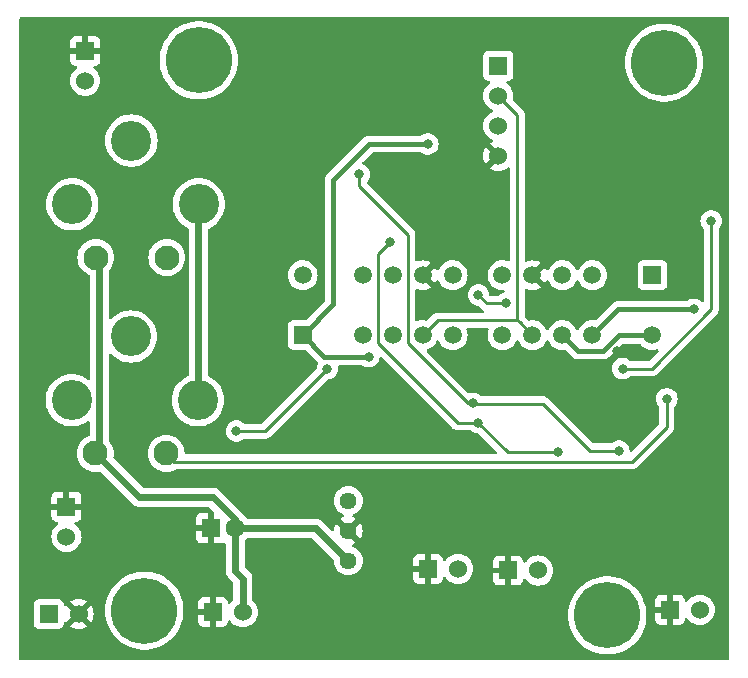
<source format=gbr>
%TF.GenerationSoftware,KiCad,Pcbnew,8.0.2*%
%TF.CreationDate,2024-06-17T10:51:33+02:00*%
%TF.ProjectId,AMS_IMD_Reset,414d535f-494d-4445-9f52-657365742e6b,rev?*%
%TF.SameCoordinates,Original*%
%TF.FileFunction,Copper,L2,Bot*%
%TF.FilePolarity,Positive*%
%FSLAX46Y46*%
G04 Gerber Fmt 4.6, Leading zero omitted, Abs format (unit mm)*
G04 Created by KiCad (PCBNEW 8.0.2) date 2024-06-17 10:51:33*
%MOMM*%
%LPD*%
G01*
G04 APERTURE LIST*
%TA.AperFunction,ComponentPad*%
%ADD10R,1.530000X1.530000*%
%TD*%
%TA.AperFunction,ComponentPad*%
%ADD11C,1.530000*%
%TD*%
%TA.AperFunction,ComponentPad*%
%ADD12R,1.500000X1.500000*%
%TD*%
%TA.AperFunction,ComponentPad*%
%ADD13C,1.500000*%
%TD*%
%TA.AperFunction,ComponentPad*%
%ADD14C,2.100000*%
%TD*%
%TA.AperFunction,ComponentPad*%
%ADD15C,3.400000*%
%TD*%
%TA.AperFunction,ComponentPad*%
%ADD16C,5.600000*%
%TD*%
%TA.AperFunction,ComponentPad*%
%ADD17R,1.600000X1.600000*%
%TD*%
%TA.AperFunction,ComponentPad*%
%ADD18C,1.600000*%
%TD*%
%TA.AperFunction,ComponentPad*%
%ADD19C,1.440000*%
%TD*%
%TA.AperFunction,ViaPad*%
%ADD20C,0.800000*%
%TD*%
%TA.AperFunction,Conductor*%
%ADD21C,0.600000*%
%TD*%
%TA.AperFunction,Conductor*%
%ADD22C,0.400000*%
%TD*%
%TA.AperFunction,Conductor*%
%ADD23C,0.250000*%
%TD*%
G04 APERTURE END LIST*
D10*
%TO.P,J8,1,1*%
%TO.N,GND*%
X199495000Y-116925000D03*
D11*
%TO.P,J8,2,2*%
%TO.N,Net-(J8-Pad2)*%
X202035000Y-116925000D03*
%TD*%
D10*
%TO.P,J4,1,1*%
%TO.N,GND*%
X179019200Y-113461200D03*
D11*
%TO.P,J4,2,2*%
%TO.N,/Raw_IMD_OK*%
X181559200Y-113461200D03*
%TD*%
D12*
%TO.P,K2,1,COIL1*%
%TO.N,+5V*%
X168402000Y-93675200D03*
D13*
%TO.P,K2,3,Reset_1*%
%TO.N,/SC_Closed_IMD*%
X173482000Y-93675200D03*
%TO.P,K2,4,COM_1*%
%TO.N,+5V*%
X176022000Y-93675200D03*
%TO.P,K2,5,Set_1*%
%TO.N,/Button_Input*%
X178562000Y-93675200D03*
%TO.P,K2,6,COIL2*%
%TO.N,+5V*%
X181102000Y-93675200D03*
%TO.P,K2,7,COIL2*%
%TO.N,Net-(K2-COIL2-Pad7)*%
X181102000Y-88595200D03*
%TO.P,K2,8,Set_2*%
%TO.N,GND*%
X178562000Y-88595200D03*
%TO.P,K2,9,COM_2*%
%TO.N,Net-(K2-COM_2)*%
X176022000Y-88595200D03*
%TO.P,K2,10,Reset_2*%
%TO.N,Net-(K2-Reset_2)*%
X173482000Y-88595200D03*
%TO.P,K2,12,COIL1*%
%TO.N,Net-(K2-COIL1-Pad12)*%
X168402000Y-88595200D03*
%TD*%
D10*
%TO.P,J5,1,1*%
%TO.N,GND*%
X185800000Y-113600000D03*
D11*
%TO.P,J5,2,2*%
%TO.N,/Raw_AMS_OK*%
X188340000Y-113600000D03*
%TD*%
D14*
%TO.P,K3,1*%
%TO.N,Net-(K3-Pad1)*%
X156850500Y-103686400D03*
D15*
%TO.P,K3,2*%
%TO.N,Net-(K1-Pad2)*%
X159550500Y-99186400D03*
%TO.P,K3,3*%
%TO.N,unconnected-(K3-Pad3)*%
X153850500Y-93786400D03*
%TO.P,K3,4*%
%TO.N,/SC out*%
X148850500Y-99186400D03*
D14*
%TO.P,K3,5*%
%TO.N,+12V*%
X150850500Y-103686400D03*
%TD*%
D10*
%TO.P,J7,1,1*%
%TO.N,/Raw_Button_Output*%
X184962800Y-70866000D03*
D11*
%TO.P,J7,2,2*%
%TO.N,/Button_Input*%
X184962800Y-73406000D03*
%TO.P,J7,3,3*%
%TO.N,/Button_Input_SCS*%
X184962800Y-75946000D03*
%TO.P,J7,4,4*%
%TO.N,GND*%
X184962800Y-78486000D03*
%TD*%
D14*
%TO.P,K1,1*%
%TO.N,Net-(K1-Pad1)*%
X156900000Y-87100000D03*
D15*
%TO.P,K1,2*%
%TO.N,Net-(K1-Pad2)*%
X159600000Y-82600000D03*
%TO.P,K1,3*%
%TO.N,unconnected-(K1-Pad3)*%
X153900000Y-77200000D03*
%TO.P,K1,4*%
%TO.N,/SC in*%
X148900000Y-82600000D03*
D14*
%TO.P,K1,5*%
%TO.N,+12V*%
X150900000Y-87100000D03*
%TD*%
D12*
%TO.P,K4,1,COIL1*%
%TO.N,Net-(K4-COIL1-Pad1)*%
X198018400Y-88595200D03*
D13*
%TO.P,K4,3,Reset_1*%
%TO.N,Net-(K4-Reset_1)*%
X192938400Y-88595200D03*
%TO.P,K4,4,COM_1*%
%TO.N,Net-(K4-COM_1)*%
X190398400Y-88595200D03*
%TO.P,K4,5,Set_1*%
%TO.N,GND*%
X187858400Y-88595200D03*
%TO.P,K4,6,COIL2*%
%TO.N,Net-(K4-COIL2-Pad6)*%
X185318400Y-88595200D03*
%TO.P,K4,7,COIL2*%
%TO.N,+5V*%
X185318400Y-93675200D03*
%TO.P,K4,8,Set_2*%
%TO.N,/Button_Input*%
X187858400Y-93675200D03*
%TO.P,K4,9,COM_2*%
%TO.N,+5V*%
X190398400Y-93675200D03*
%TO.P,K4,10,Reset_2*%
%TO.N,/SC_Closed_AMS*%
X192938400Y-93675200D03*
%TO.P,K4,12,COIL1*%
%TO.N,+5V*%
X198018400Y-93675200D03*
%TD*%
D16*
%TO.P,,1*%
%TO.N,N/C*%
X199000000Y-70600000D03*
%TD*%
D10*
%TO.P,J6,1,1*%
%TO.N,Net-(J6-Pad1)*%
X146895000Y-117275000D03*
D11*
%TO.P,J6,2,2*%
%TO.N,GND*%
X149435000Y-117275000D03*
%TD*%
D16*
%TO.P,,1*%
%TO.N,N/C*%
X159600000Y-70400000D03*
%TD*%
%TO.P,,1*%
%TO.N,N/C*%
X194200000Y-117400000D03*
%TD*%
D17*
%TO.P,C1,1*%
%TO.N,GND*%
X160680400Y-110007400D03*
D18*
%TO.P,C1,2*%
%TO.N,+12V*%
X162680400Y-110007400D03*
%TD*%
D10*
%TO.P,J2,1,1*%
%TO.N,GND*%
X150000000Y-69600000D03*
D11*
%TO.P,J2,2,2*%
%TO.N,/SC in*%
X150000000Y-72140000D03*
%TD*%
D10*
%TO.P,J1,1,1*%
%TO.N,GND*%
X160800000Y-117125000D03*
D11*
%TO.P,J1,2,2*%
%TO.N,+12V*%
X163340000Y-117125000D03*
%TD*%
D16*
%TO.P,,1*%
%TO.N,N/C*%
X155000000Y-117000000D03*
%TD*%
D10*
%TO.P,J3,1,1*%
%TO.N,GND*%
X148400000Y-108200000D03*
D11*
%TO.P,J3,2,2*%
%TO.N,/SC out*%
X148400000Y-110740000D03*
%TD*%
D19*
%TO.P,U1,1,+VIN*%
%TO.N,+12V*%
X172262800Y-112776000D03*
%TO.P,U1,2,GND*%
%TO.N,GND*%
X172262800Y-110236000D03*
%TO.P,U1,3,+VOUT*%
%TO.N,+5V*%
X172262800Y-107696000D03*
%TD*%
D20*
%TO.N,GND*%
X195000000Y-95000000D03*
X169500000Y-82500000D03*
X195000000Y-105500000D03*
X176184856Y-100978748D03*
X187500000Y-107000000D03*
X178500000Y-68000000D03*
X184000000Y-97500000D03*
X191500000Y-70500000D03*
X196000000Y-87000000D03*
X165606044Y-97790901D03*
X200500000Y-104000000D03*
X152500000Y-111000000D03*
%TO.N,+5V*%
X174000000Y-95500000D03*
X179000000Y-77500000D03*
%TO.N,Net-(G3-Pad4)*%
X183286400Y-90271600D03*
X185623200Y-90982800D03*
%TO.N,/0.75V*%
X195173600Y-103479600D03*
X182829200Y-99440400D03*
X173177200Y-80060800D03*
%TO.N,/4.25V*%
X175818800Y-85801200D03*
X183286400Y-101092000D03*
X190042800Y-103581200D03*
%TO.N,/SC_Closed_IMD*%
X170500000Y-96500000D03*
X162800000Y-101800000D03*
%TO.N,/SC_Closed_AMS*%
X201500000Y-91500000D03*
%TO.N,Net-(K3-Pad1)*%
X199237600Y-99060000D03*
%TO.N,Net-(Q6-Pad1)*%
X203000000Y-84000000D03*
X195500000Y-96500000D03*
%TD*%
D21*
%TO.N,+12V*%
X162680400Y-109280400D02*
X162680400Y-110007400D01*
X151200000Y-103336900D02*
X150850500Y-103686400D01*
X169494200Y-110007400D02*
X162680400Y-110007400D01*
X151200000Y-87400000D02*
X151200000Y-103336900D01*
X163340000Y-114281600D02*
X163340000Y-117125000D01*
X162680400Y-110007400D02*
X162680400Y-113622000D01*
X150900000Y-87100000D02*
X151200000Y-87400000D01*
X160800000Y-107400000D02*
X162680400Y-109280400D01*
X154564100Y-107400000D02*
X160800000Y-107400000D01*
X150850500Y-103686400D02*
X154564100Y-107400000D01*
X172262800Y-112776000D02*
X169494200Y-110007400D01*
X162680400Y-113622000D02*
X163340000Y-114281600D01*
D22*
%TO.N,+5V*%
X174000000Y-77500000D02*
X171000000Y-80500000D01*
X195193429Y-93675200D02*
X198018400Y-93675200D01*
X168402000Y-93675200D02*
X170226800Y-95500000D01*
X193868629Y-95000000D02*
X195193429Y-93675200D01*
X190398400Y-93675200D02*
X191723200Y-95000000D01*
X179000000Y-77500000D02*
X174000000Y-77500000D01*
X171000000Y-80500000D02*
X171000000Y-91077200D01*
X170226800Y-95500000D02*
X174000000Y-95500000D01*
X191723200Y-95000000D02*
X193868629Y-95000000D01*
X171000000Y-91077200D02*
X168402000Y-93675200D01*
D23*
%TO.N,Net-(G3-Pad4)*%
X185623200Y-90982800D02*
X183997600Y-90982800D01*
X183997600Y-90982800D02*
X183286400Y-90271600D01*
%TO.N,/0.75V*%
X188722000Y-99466400D02*
X192735200Y-103479600D01*
X182829200Y-99440400D02*
X182855200Y-99466400D01*
X177317400Y-85217000D02*
X177317400Y-94361000D01*
X173177200Y-80060800D02*
X173177200Y-81076800D01*
X177317400Y-94361000D02*
X182396800Y-99440400D01*
X173177200Y-81076800D02*
X177317400Y-85217000D01*
X192735200Y-103479600D02*
X195173600Y-103479600D01*
X182396800Y-99440400D02*
X182829200Y-99440400D01*
X182855200Y-99466400D02*
X188722000Y-99466400D01*
%TO.N,/4.25V*%
X185775600Y-103581200D02*
X183286400Y-101092000D01*
X174777400Y-94310200D02*
X181559200Y-101092000D01*
X190042800Y-103581200D02*
X185775600Y-103581200D01*
X181559200Y-101092000D02*
X183286400Y-101092000D01*
X174777400Y-86842600D02*
X174777400Y-94310200D01*
X175818800Y-85801200D02*
X174777400Y-86842600D01*
%TO.N,/Button_Input*%
X186588400Y-92405200D02*
X186588400Y-75031600D01*
X178562000Y-93675200D02*
X179832000Y-92405200D01*
X186783400Y-92600200D02*
X186588400Y-92405200D01*
X186588400Y-75031600D02*
X184962800Y-73406000D01*
X179832000Y-92405200D02*
X186588400Y-92405200D01*
X186783400Y-92600200D02*
X187858400Y-93675200D01*
%TO.N,/SC_Closed_IMD*%
X162800000Y-101800000D02*
X162800000Y-101600000D01*
X170500000Y-96500000D02*
X165200000Y-101800000D01*
X165200000Y-101800000D02*
X162800000Y-101800000D01*
D22*
%TO.N,/SC_Closed_AMS*%
X195113600Y-91500000D02*
X192938400Y-93675200D01*
X201500000Y-91500000D02*
X195113600Y-91500000D01*
D21*
%TO.N,Net-(K1-Pad2)*%
X159550500Y-99186400D02*
X159550500Y-82649500D01*
D23*
X159550500Y-82649500D02*
X159600000Y-82600000D01*
%TO.N,Net-(K3-Pad1)*%
X157536300Y-104372200D02*
X196313000Y-104372200D01*
X156850500Y-103686400D02*
X157536300Y-104372200D01*
X199237600Y-101447600D02*
X199237600Y-99060000D01*
X196313000Y-104372200D02*
X199237600Y-101447600D01*
%TO.N,Net-(Q6-Pad1)*%
X203000000Y-91500000D02*
X203000000Y-84000000D01*
X198000000Y-96500000D02*
X203000000Y-91500000D01*
X195500000Y-96500000D02*
X198000000Y-96500000D01*
%TD*%
%TA.AperFunction,Conductor*%
%TO.N,GND*%
G36*
X204463439Y-66770885D02*
G01*
X204509194Y-66823689D01*
X204520400Y-66875200D01*
X204520400Y-121084800D01*
X204500715Y-121151839D01*
X204447911Y-121197594D01*
X204396400Y-121208800D01*
X144536200Y-121208800D01*
X144469161Y-121189115D01*
X144423406Y-121136311D01*
X144412200Y-121084800D01*
X144412200Y-116461345D01*
X145621500Y-116461345D01*
X145621500Y-118088654D01*
X145628011Y-118149202D01*
X145628011Y-118149204D01*
X145658930Y-118232098D01*
X145679111Y-118286204D01*
X145766739Y-118403261D01*
X145883796Y-118490889D01*
X146020799Y-118541989D01*
X146047244Y-118544832D01*
X146081345Y-118548499D01*
X146081362Y-118548500D01*
X147708638Y-118548500D01*
X147708654Y-118548499D01*
X147735692Y-118545591D01*
X147769201Y-118541989D01*
X147906204Y-118490889D01*
X148023261Y-118403261D01*
X148110889Y-118286204D01*
X148161989Y-118149201D01*
X148165959Y-118112274D01*
X148168499Y-118088654D01*
X148168500Y-118088637D01*
X148168500Y-118064989D01*
X148188185Y-117997950D01*
X148240989Y-117952195D01*
X148310147Y-117942251D01*
X148373703Y-117971276D01*
X148377049Y-117974987D01*
X148381105Y-117975342D01*
X148943871Y-117412575D01*
X148959755Y-117471853D01*
X149026898Y-117588147D01*
X149121853Y-117683102D01*
X149238147Y-117750245D01*
X149297424Y-117766128D01*
X148734656Y-118328894D01*
X148800083Y-118374706D01*
X148800085Y-118374707D01*
X149000690Y-118468250D01*
X149000699Y-118468254D01*
X149214490Y-118525538D01*
X149214500Y-118525540D01*
X149434999Y-118544832D01*
X149435001Y-118544832D01*
X149655499Y-118525540D01*
X149655509Y-118525538D01*
X149869300Y-118468254D01*
X149869309Y-118468250D01*
X150069915Y-118374706D01*
X150135342Y-118328894D01*
X149572575Y-117766127D01*
X149631853Y-117750245D01*
X149748147Y-117683102D01*
X149843102Y-117588147D01*
X149910245Y-117471853D01*
X149926127Y-117412575D01*
X150488894Y-117975342D01*
X150534706Y-117909915D01*
X150628250Y-117709309D01*
X150628254Y-117709300D01*
X150685538Y-117495509D01*
X150685540Y-117495499D01*
X150704832Y-117275000D01*
X150704832Y-117274999D01*
X150685540Y-117054500D01*
X150685538Y-117054490D01*
X150670937Y-116999997D01*
X151686641Y-116999997D01*
X151686641Y-117000002D01*
X151706063Y-117358234D01*
X151744868Y-117594931D01*
X151763617Y-117709300D01*
X151764106Y-117712279D01*
X151764107Y-117712282D01*
X151860082Y-118057955D01*
X151860083Y-118057957D01*
X151992872Y-118391233D01*
X151992881Y-118391251D01*
X152160928Y-118708220D01*
X152160929Y-118708223D01*
X152362256Y-119005157D01*
X152362264Y-119005167D01*
X152594508Y-119278586D01*
X152594516Y-119278595D01*
X152854977Y-119525317D01*
X153140586Y-119742431D01*
X153447995Y-119927393D01*
X153447997Y-119927394D01*
X153447999Y-119927395D01*
X153448003Y-119927397D01*
X153773588Y-120078028D01*
X153773599Y-120078033D01*
X154113583Y-120192587D01*
X154463958Y-120269711D01*
X154820618Y-120308500D01*
X154820624Y-120308500D01*
X155179376Y-120308500D01*
X155179382Y-120308500D01*
X155536042Y-120269711D01*
X155886417Y-120192587D01*
X156226401Y-120078033D01*
X156552005Y-119927393D01*
X156859414Y-119742431D01*
X157145023Y-119525317D01*
X157405484Y-119278595D01*
X157637742Y-119005159D01*
X157782781Y-118791243D01*
X157839070Y-118708223D01*
X157839070Y-118708221D01*
X157839075Y-118708215D01*
X158007123Y-118391243D01*
X158139915Y-118057961D01*
X158142907Y-118047187D01*
X158182583Y-117904284D01*
X158235895Y-117712274D01*
X158293936Y-117358237D01*
X158313359Y-117000000D01*
X158304721Y-116840690D01*
X158296428Y-116687720D01*
X158293936Y-116641763D01*
X158235895Y-116287726D01*
X158188746Y-116117913D01*
X158139917Y-115942044D01*
X158139916Y-115942042D01*
X158130299Y-115917906D01*
X158084441Y-115802809D01*
X158007127Y-115608766D01*
X158007118Y-115608748D01*
X157893712Y-115394842D01*
X157839075Y-115291785D01*
X157839071Y-115291779D01*
X157839070Y-115291776D01*
X157637743Y-114994842D01*
X157637735Y-114994832D01*
X157405491Y-114721413D01*
X157405486Y-114721407D01*
X157404151Y-114720142D01*
X157145023Y-114474683D01*
X157145016Y-114474677D01*
X157145013Y-114474675D01*
X157037135Y-114392669D01*
X156859414Y-114257569D01*
X156552005Y-114072607D01*
X156552004Y-114072606D01*
X156552000Y-114072604D01*
X156551996Y-114072602D01*
X156226411Y-113921971D01*
X156226406Y-113921969D01*
X156226401Y-113921967D01*
X156060678Y-113866128D01*
X155886416Y-113807412D01*
X155536040Y-113730288D01*
X155179383Y-113691500D01*
X155179382Y-113691500D01*
X154820618Y-113691500D01*
X154820616Y-113691500D01*
X154463959Y-113730288D01*
X154113583Y-113807412D01*
X153850768Y-113895965D01*
X153773599Y-113921967D01*
X153773596Y-113921968D01*
X153773588Y-113921971D01*
X153448003Y-114072602D01*
X153447999Y-114072604D01*
X153223946Y-114207413D01*
X153140586Y-114257569D01*
X153052060Y-114324864D01*
X152854986Y-114474675D01*
X152854977Y-114474683D01*
X152594513Y-114721407D01*
X152594508Y-114721413D01*
X152362264Y-114994832D01*
X152362256Y-114994842D01*
X152160929Y-115291776D01*
X152160928Y-115291779D01*
X151992881Y-115608748D01*
X151992872Y-115608766D01*
X151860083Y-115942042D01*
X151860082Y-115942044D01*
X151764107Y-116287717D01*
X151764106Y-116287720D01*
X151706063Y-116641765D01*
X151686641Y-116999997D01*
X150670937Y-116999997D01*
X150628254Y-116840699D01*
X150628250Y-116840690D01*
X150534707Y-116640085D01*
X150534706Y-116640083D01*
X150488894Y-116574657D01*
X150488894Y-116574656D01*
X149926127Y-117137423D01*
X149910245Y-117078147D01*
X149843102Y-116961853D01*
X149748147Y-116866898D01*
X149631853Y-116799755D01*
X149572575Y-116783872D01*
X150135342Y-116221105D01*
X150135341Y-116221103D01*
X150069919Y-116175295D01*
X149869309Y-116081749D01*
X149869300Y-116081745D01*
X149655509Y-116024461D01*
X149655499Y-116024459D01*
X149435001Y-116005168D01*
X149434999Y-116005168D01*
X149214500Y-116024459D01*
X149214490Y-116024461D01*
X149000699Y-116081745D01*
X149000690Y-116081749D01*
X148800084Y-116175293D01*
X148734657Y-116221104D01*
X149297424Y-116783871D01*
X149238147Y-116799755D01*
X149121853Y-116866898D01*
X149026898Y-116961853D01*
X148959755Y-117078147D01*
X148943871Y-117137424D01*
X148381103Y-116574656D01*
X148369644Y-116575659D01*
X148339499Y-116599756D01*
X148270000Y-116606950D01*
X148207645Y-116575428D01*
X148172231Y-116515198D01*
X148168500Y-116485008D01*
X148168500Y-116461362D01*
X148168499Y-116461345D01*
X148164349Y-116422749D01*
X148161989Y-116400799D01*
X148110889Y-116263796D01*
X148023261Y-116146739D01*
X147906204Y-116059111D01*
X147888801Y-116052620D01*
X147769203Y-116008011D01*
X147708654Y-116001500D01*
X147708638Y-116001500D01*
X146081362Y-116001500D01*
X146081345Y-116001500D01*
X146020797Y-116008011D01*
X146020795Y-116008011D01*
X145883795Y-116059111D01*
X145766739Y-116146739D01*
X145679111Y-116263795D01*
X145628011Y-116400795D01*
X145628011Y-116400797D01*
X145621500Y-116461345D01*
X144412200Y-116461345D01*
X144412200Y-110739998D01*
X147121635Y-110739998D01*
X147121635Y-110740001D01*
X147141055Y-110961980D01*
X147141057Y-110961990D01*
X147198727Y-111177219D01*
X147198732Y-111177233D01*
X147292901Y-111379179D01*
X147292907Y-111379189D01*
X147420710Y-111561710D01*
X147420719Y-111561720D01*
X147578279Y-111719280D01*
X147578289Y-111719289D01*
X147738284Y-111831319D01*
X147760817Y-111847097D01*
X147882318Y-111903753D01*
X147962766Y-111941267D01*
X147962768Y-111941267D01*
X147962773Y-111941270D01*
X148178014Y-111998944D01*
X148336575Y-112012816D01*
X148399998Y-112018365D01*
X148400000Y-112018365D01*
X148400002Y-112018365D01*
X148455496Y-112013509D01*
X148621986Y-111998944D01*
X148837227Y-111941270D01*
X149039183Y-111847097D01*
X149221717Y-111719284D01*
X149379284Y-111561717D01*
X149507097Y-111379183D01*
X149601270Y-111177227D01*
X149658944Y-110961986D01*
X149678365Y-110740000D01*
X149675390Y-110706000D01*
X149658944Y-110518019D01*
X149658944Y-110518014D01*
X149601270Y-110302773D01*
X149507097Y-110100818D01*
X149379284Y-109918283D01*
X149221717Y-109760716D01*
X149221712Y-109760712D01*
X149221709Y-109760710D01*
X149121546Y-109690574D01*
X149077921Y-109635997D01*
X149070729Y-109566499D01*
X149102252Y-109504144D01*
X149162482Y-109468731D01*
X149192670Y-109465000D01*
X149212828Y-109465000D01*
X149212844Y-109464999D01*
X149272372Y-109458598D01*
X149272379Y-109458596D01*
X149407086Y-109408354D01*
X149407093Y-109408350D01*
X149522187Y-109322190D01*
X149522190Y-109322187D01*
X149608350Y-109207093D01*
X149608354Y-109207086D01*
X149658596Y-109072379D01*
X149658598Y-109072372D01*
X149664999Y-109012844D01*
X149665000Y-109012827D01*
X149665000Y-108450000D01*
X148844560Y-108450000D01*
X148875245Y-108396853D01*
X148910000Y-108267143D01*
X148910000Y-108132857D01*
X148875245Y-108003147D01*
X148844560Y-107950000D01*
X149665000Y-107950000D01*
X149665000Y-107387172D01*
X149664999Y-107387155D01*
X149658598Y-107327627D01*
X149658596Y-107327620D01*
X149608354Y-107192913D01*
X149608350Y-107192906D01*
X149522190Y-107077812D01*
X149522187Y-107077809D01*
X149407093Y-106991649D01*
X149407086Y-106991645D01*
X149272379Y-106941403D01*
X149272372Y-106941401D01*
X149212844Y-106935000D01*
X148650000Y-106935000D01*
X148650000Y-107755439D01*
X148596853Y-107724755D01*
X148467143Y-107690000D01*
X148332857Y-107690000D01*
X148203147Y-107724755D01*
X148150000Y-107755439D01*
X148150000Y-106935000D01*
X147587155Y-106935000D01*
X147527627Y-106941401D01*
X147527620Y-106941403D01*
X147392913Y-106991645D01*
X147392906Y-106991649D01*
X147277812Y-107077809D01*
X147277809Y-107077812D01*
X147191649Y-107192906D01*
X147191645Y-107192913D01*
X147141403Y-107327620D01*
X147141401Y-107327627D01*
X147135000Y-107387155D01*
X147135000Y-107950000D01*
X147955440Y-107950000D01*
X147924755Y-108003147D01*
X147890000Y-108132857D01*
X147890000Y-108267143D01*
X147924755Y-108396853D01*
X147955440Y-108450000D01*
X147135000Y-108450000D01*
X147135000Y-109012844D01*
X147141401Y-109072372D01*
X147141403Y-109072379D01*
X147191645Y-109207086D01*
X147191649Y-109207093D01*
X147277809Y-109322187D01*
X147277812Y-109322190D01*
X147392906Y-109408350D01*
X147392913Y-109408354D01*
X147527620Y-109458596D01*
X147527627Y-109458598D01*
X147587155Y-109464999D01*
X147587172Y-109465000D01*
X147607331Y-109465000D01*
X147674370Y-109484685D01*
X147720125Y-109537489D01*
X147730069Y-109606647D01*
X147701044Y-109670203D01*
X147678455Y-109690574D01*
X147578282Y-109760716D01*
X147420716Y-109918282D01*
X147292907Y-110100811D01*
X147292903Y-110100817D01*
X147198731Y-110302771D01*
X147198727Y-110302780D01*
X147141057Y-110518009D01*
X147141055Y-110518019D01*
X147121635Y-110739998D01*
X144412200Y-110739998D01*
X144412200Y-99186392D01*
X146637261Y-99186392D01*
X146637261Y-99186407D01*
X146656194Y-99475269D01*
X146656195Y-99475279D01*
X146656196Y-99475286D01*
X146709203Y-99741775D01*
X146712674Y-99759222D01*
X146712677Y-99759236D01*
X146805732Y-100033365D01*
X146805741Y-100033386D01*
X146933779Y-100293021D01*
X147094614Y-100533729D01*
X147094616Y-100533731D01*
X147094619Y-100533735D01*
X147285504Y-100751396D01*
X147503165Y-100942281D01*
X147503168Y-100942283D01*
X147503170Y-100942285D01*
X147743878Y-101103120D01*
X148003513Y-101231158D01*
X148003518Y-101231160D01*
X148003530Y-101231166D01*
X148277672Y-101324225D01*
X148561614Y-101380704D01*
X148589358Y-101382522D01*
X148850493Y-101399639D01*
X148850500Y-101399639D01*
X148850507Y-101399639D01*
X149081774Y-101384480D01*
X149139386Y-101380704D01*
X149423328Y-101324225D01*
X149697470Y-101231166D01*
X149957120Y-101103121D01*
X150197835Y-100942281D01*
X150197838Y-100942277D01*
X150198609Y-100941763D01*
X150265287Y-100920885D01*
X150332667Y-100939370D01*
X150379357Y-100991348D01*
X150391500Y-101044865D01*
X150391500Y-102106761D01*
X150371815Y-102173800D01*
X150319011Y-102219555D01*
X150314953Y-102221322D01*
X150140769Y-102293471D01*
X149931606Y-102421646D01*
X149745067Y-102580967D01*
X149585746Y-102767506D01*
X149457571Y-102976669D01*
X149363693Y-103203312D01*
X149306427Y-103441845D01*
X149287181Y-103686400D01*
X149306427Y-103930954D01*
X149363693Y-104169487D01*
X149457571Y-104396130D01*
X149585746Y-104605293D01*
X149585748Y-104605296D01*
X149745067Y-104791833D01*
X149931604Y-104951152D01*
X149931606Y-104951153D01*
X150140769Y-105079328D01*
X150247608Y-105123582D01*
X150367408Y-105173205D01*
X150605943Y-105230472D01*
X150850500Y-105249719D01*
X151095057Y-105230472D01*
X151153431Y-105216457D01*
X151223211Y-105219947D01*
X151270058Y-105249350D01*
X153931756Y-107911047D01*
X153931777Y-107911070D01*
X154048705Y-108027998D01*
X154048708Y-108028000D01*
X154048711Y-108028003D01*
X154128089Y-108081041D01*
X154128092Y-108081044D01*
X154181131Y-108116483D01*
X154224222Y-108134331D01*
X154224226Y-108134334D01*
X154224227Y-108134333D01*
X154328269Y-108177430D01*
X154484465Y-108208499D01*
X154484469Y-108208500D01*
X154484470Y-108208500D01*
X154643730Y-108208500D01*
X160413746Y-108208500D01*
X160480785Y-108228185D01*
X160501427Y-108244819D01*
X160894081Y-108637473D01*
X160927566Y-108698796D01*
X160930400Y-108725154D01*
X160930400Y-109691714D01*
X160926006Y-109687320D01*
X160834794Y-109634659D01*
X160733061Y-109607400D01*
X160627739Y-109607400D01*
X160526006Y-109634659D01*
X160434794Y-109687320D01*
X160430400Y-109691714D01*
X160430400Y-108707400D01*
X159832555Y-108707400D01*
X159773027Y-108713801D01*
X159773020Y-108713803D01*
X159638313Y-108764045D01*
X159638306Y-108764049D01*
X159523212Y-108850209D01*
X159523209Y-108850212D01*
X159437049Y-108965306D01*
X159437045Y-108965313D01*
X159386803Y-109100020D01*
X159386801Y-109100027D01*
X159380400Y-109159555D01*
X159380400Y-109757400D01*
X160364714Y-109757400D01*
X160360320Y-109761794D01*
X160307659Y-109853006D01*
X160280400Y-109954739D01*
X160280400Y-110060061D01*
X160307659Y-110161794D01*
X160360320Y-110253006D01*
X160364714Y-110257400D01*
X159380400Y-110257400D01*
X159380400Y-110855244D01*
X159386801Y-110914772D01*
X159386803Y-110914779D01*
X159437045Y-111049486D01*
X159437049Y-111049493D01*
X159523209Y-111164587D01*
X159523212Y-111164590D01*
X159638306Y-111250750D01*
X159638313Y-111250754D01*
X159773020Y-111300996D01*
X159773027Y-111300998D01*
X159832555Y-111307399D01*
X159832572Y-111307400D01*
X160430400Y-111307400D01*
X160430400Y-110323086D01*
X160434794Y-110327480D01*
X160526006Y-110380141D01*
X160627739Y-110407400D01*
X160733061Y-110407400D01*
X160834794Y-110380141D01*
X160926006Y-110327480D01*
X160930400Y-110323086D01*
X160930400Y-111307400D01*
X161528228Y-111307400D01*
X161528244Y-111307399D01*
X161587772Y-111300998D01*
X161587776Y-111300997D01*
X161704566Y-111257437D01*
X161774258Y-111252453D01*
X161835581Y-111285938D01*
X161869066Y-111347261D01*
X161871900Y-111373619D01*
X161871900Y-113701634D01*
X161902968Y-113857823D01*
X161902970Y-113857831D01*
X161933443Y-113931399D01*
X161933443Y-113931400D01*
X161963912Y-114004961D01*
X161963919Y-114004974D01*
X162052396Y-114137388D01*
X162052399Y-114137392D01*
X162495181Y-114580173D01*
X162528666Y-114641496D01*
X162531500Y-114667854D01*
X162531500Y-116081137D01*
X162511815Y-116148176D01*
X162495181Y-116168818D01*
X162360716Y-116303282D01*
X162290574Y-116403455D01*
X162235997Y-116447080D01*
X162166499Y-116454272D01*
X162104144Y-116422749D01*
X162068731Y-116362519D01*
X162065000Y-116332331D01*
X162065000Y-116312172D01*
X162064999Y-116312155D01*
X162058598Y-116252627D01*
X162058596Y-116252620D01*
X162008354Y-116117913D01*
X162008350Y-116117906D01*
X161922190Y-116002812D01*
X161922187Y-116002809D01*
X161807093Y-115916649D01*
X161807086Y-115916645D01*
X161672379Y-115866403D01*
X161672372Y-115866401D01*
X161612844Y-115860000D01*
X161050000Y-115860000D01*
X161050000Y-116680439D01*
X160996853Y-116649755D01*
X160867143Y-116615000D01*
X160732857Y-116615000D01*
X160603147Y-116649755D01*
X160550000Y-116680439D01*
X160550000Y-115860000D01*
X159987155Y-115860000D01*
X159927627Y-115866401D01*
X159927620Y-115866403D01*
X159792913Y-115916645D01*
X159792906Y-115916649D01*
X159677812Y-116002809D01*
X159677809Y-116002812D01*
X159591649Y-116117906D01*
X159591645Y-116117913D01*
X159541403Y-116252620D01*
X159541401Y-116252627D01*
X159535000Y-116312155D01*
X159535000Y-116875000D01*
X160355440Y-116875000D01*
X160324755Y-116928147D01*
X160290000Y-117057857D01*
X160290000Y-117192143D01*
X160324755Y-117321853D01*
X160355440Y-117375000D01*
X159535000Y-117375000D01*
X159535000Y-117937844D01*
X159541401Y-117997372D01*
X159541403Y-117997379D01*
X159591645Y-118132086D01*
X159591649Y-118132093D01*
X159677809Y-118247187D01*
X159677812Y-118247190D01*
X159792906Y-118333350D01*
X159792913Y-118333354D01*
X159927620Y-118383596D01*
X159927627Y-118383598D01*
X159987155Y-118389999D01*
X159987172Y-118390000D01*
X160550000Y-118390000D01*
X160550000Y-117569560D01*
X160603147Y-117600245D01*
X160732857Y-117635000D01*
X160867143Y-117635000D01*
X160996853Y-117600245D01*
X161050000Y-117569560D01*
X161050000Y-118390000D01*
X161612828Y-118390000D01*
X161612844Y-118389999D01*
X161672372Y-118383598D01*
X161672379Y-118383596D01*
X161807086Y-118333354D01*
X161807093Y-118333350D01*
X161922187Y-118247190D01*
X161922190Y-118247187D01*
X162008350Y-118132093D01*
X162008354Y-118132086D01*
X162058596Y-117997379D01*
X162058598Y-117997372D01*
X162064999Y-117937844D01*
X162065000Y-117937827D01*
X162065000Y-117917669D01*
X162084685Y-117850630D01*
X162137489Y-117804875D01*
X162206647Y-117794931D01*
X162270203Y-117823956D01*
X162290570Y-117846540D01*
X162334947Y-117909915D01*
X162360716Y-117946717D01*
X162518279Y-118104280D01*
X162518289Y-118104289D01*
X162631551Y-118183596D01*
X162700817Y-118232097D01*
X162816851Y-118286204D01*
X162902766Y-118326267D01*
X162902768Y-118326267D01*
X162902773Y-118326270D01*
X163118014Y-118383944D01*
X163276575Y-118397816D01*
X163339998Y-118403365D01*
X163340000Y-118403365D01*
X163340002Y-118403365D01*
X163395496Y-118398509D01*
X163561986Y-118383944D01*
X163777227Y-118326270D01*
X163979183Y-118232097D01*
X164161717Y-118104284D01*
X164319284Y-117946717D01*
X164447097Y-117764183D01*
X164541270Y-117562227D01*
X164584740Y-117399997D01*
X190886641Y-117399997D01*
X190886641Y-117400002D01*
X190906063Y-117758234D01*
X190940990Y-117971276D01*
X190962794Y-118104280D01*
X190964106Y-118112279D01*
X190964107Y-118112282D01*
X191060082Y-118457955D01*
X191060083Y-118457957D01*
X191192872Y-118791233D01*
X191192877Y-118791243D01*
X191306292Y-119005167D01*
X191360928Y-119108220D01*
X191360929Y-119108223D01*
X191562256Y-119405157D01*
X191562264Y-119405167D01*
X191794508Y-119678586D01*
X191794516Y-119678595D01*
X192054977Y-119925317D01*
X192054984Y-119925322D01*
X192054986Y-119925324D01*
X192057713Y-119927397D01*
X192340586Y-120142431D01*
X192647995Y-120327393D01*
X192647997Y-120327394D01*
X192647999Y-120327395D01*
X192648003Y-120327397D01*
X192973588Y-120478028D01*
X192973599Y-120478033D01*
X193313583Y-120592587D01*
X193663958Y-120669711D01*
X194020618Y-120708500D01*
X194020624Y-120708500D01*
X194379376Y-120708500D01*
X194379382Y-120708500D01*
X194736042Y-120669711D01*
X195086417Y-120592587D01*
X195426401Y-120478033D01*
X195752005Y-120327393D01*
X196059414Y-120142431D01*
X196345023Y-119925317D01*
X196605484Y-119678595D01*
X196837742Y-119405159D01*
X197039075Y-119108215D01*
X197207123Y-118791243D01*
X197339915Y-118457961D01*
X197355103Y-118403261D01*
X197387603Y-118286204D01*
X197435895Y-118112274D01*
X197493936Y-117758237D01*
X197513359Y-117400000D01*
X197493936Y-117041763D01*
X197435895Y-116687726D01*
X197380378Y-116487773D01*
X197339917Y-116342044D01*
X197339916Y-116342042D01*
X197248321Y-116112155D01*
X198230000Y-116112155D01*
X198230000Y-116675000D01*
X199050440Y-116675000D01*
X199019755Y-116728147D01*
X198985000Y-116857857D01*
X198985000Y-116992143D01*
X199019755Y-117121853D01*
X199050440Y-117175000D01*
X198230000Y-117175000D01*
X198230000Y-117737844D01*
X198236401Y-117797372D01*
X198236403Y-117797379D01*
X198286645Y-117932086D01*
X198286649Y-117932093D01*
X198372809Y-118047187D01*
X198372812Y-118047190D01*
X198487906Y-118133350D01*
X198487913Y-118133354D01*
X198622620Y-118183596D01*
X198622627Y-118183598D01*
X198682155Y-118189999D01*
X198682172Y-118190000D01*
X199245000Y-118190000D01*
X199245000Y-117369560D01*
X199298147Y-117400245D01*
X199427857Y-117435000D01*
X199562143Y-117435000D01*
X199691853Y-117400245D01*
X199745000Y-117369560D01*
X199745000Y-118190000D01*
X200307828Y-118190000D01*
X200307844Y-118189999D01*
X200367372Y-118183598D01*
X200367379Y-118183596D01*
X200502086Y-118133354D01*
X200502093Y-118133350D01*
X200617187Y-118047190D01*
X200617190Y-118047187D01*
X200703350Y-117932093D01*
X200703354Y-117932086D01*
X200753596Y-117797379D01*
X200753598Y-117797372D01*
X200759999Y-117737844D01*
X200760000Y-117737827D01*
X200760000Y-117717669D01*
X200779685Y-117650630D01*
X200832489Y-117604875D01*
X200901647Y-117594931D01*
X200965203Y-117623956D01*
X200985570Y-117646540D01*
X201031599Y-117712274D01*
X201055716Y-117746717D01*
X201213279Y-117904280D01*
X201213289Y-117904289D01*
X201375772Y-118018061D01*
X201395817Y-118032097D01*
X201451283Y-118057961D01*
X201597766Y-118126267D01*
X201597768Y-118126267D01*
X201597773Y-118126270D01*
X201597778Y-118126271D01*
X201597780Y-118126272D01*
X201624196Y-118133350D01*
X201813014Y-118183944D01*
X201971575Y-118197816D01*
X202034998Y-118203365D01*
X202035000Y-118203365D01*
X202035002Y-118203365D01*
X202090496Y-118198509D01*
X202256986Y-118183944D01*
X202472227Y-118126270D01*
X202674183Y-118032097D01*
X202856717Y-117904284D01*
X203014284Y-117746717D01*
X203142097Y-117564183D01*
X203236270Y-117362227D01*
X203293944Y-117146986D01*
X203313365Y-116925000D01*
X203311441Y-116903014D01*
X203303466Y-116811853D01*
X203293944Y-116703014D01*
X203236270Y-116487773D01*
X203142097Y-116285818D01*
X203014284Y-116103283D01*
X202856717Y-115945716D01*
X202856715Y-115945714D01*
X202856710Y-115945710D01*
X202674189Y-115817907D01*
X202674186Y-115817905D01*
X202674183Y-115817903D01*
X202674179Y-115817901D01*
X202472233Y-115723732D01*
X202472219Y-115723727D01*
X202256990Y-115666057D01*
X202256988Y-115666056D01*
X202256986Y-115666056D01*
X202256984Y-115666055D01*
X202256980Y-115666055D01*
X202035002Y-115646635D01*
X202034998Y-115646635D01*
X201813019Y-115666055D01*
X201813009Y-115666057D01*
X201597780Y-115723727D01*
X201597771Y-115723731D01*
X201395817Y-115817903D01*
X201395811Y-115817907D01*
X201213282Y-115945716D01*
X201055716Y-116103282D01*
X200985574Y-116203455D01*
X200930997Y-116247080D01*
X200861499Y-116254272D01*
X200799144Y-116222749D01*
X200763731Y-116162519D01*
X200760000Y-116132331D01*
X200760000Y-116112172D01*
X200759999Y-116112155D01*
X200753598Y-116052627D01*
X200753596Y-116052620D01*
X200703354Y-115917913D01*
X200703350Y-115917906D01*
X200617190Y-115802812D01*
X200617187Y-115802809D01*
X200502093Y-115716649D01*
X200502086Y-115716645D01*
X200367379Y-115666403D01*
X200367372Y-115666401D01*
X200307844Y-115660000D01*
X199745000Y-115660000D01*
X199745000Y-116480439D01*
X199691853Y-116449755D01*
X199562143Y-116415000D01*
X199427857Y-116415000D01*
X199298147Y-116449755D01*
X199245000Y-116480439D01*
X199245000Y-115660000D01*
X198682155Y-115660000D01*
X198622627Y-115666401D01*
X198622620Y-115666403D01*
X198487913Y-115716645D01*
X198487906Y-115716649D01*
X198372812Y-115802809D01*
X198372809Y-115802812D01*
X198286649Y-115917906D01*
X198286645Y-115917913D01*
X198236403Y-116052620D01*
X198236401Y-116052627D01*
X198230000Y-116112155D01*
X197248321Y-116112155D01*
X197207127Y-116008766D01*
X197207118Y-116008748D01*
X197203971Y-116002812D01*
X197039075Y-115691785D01*
X197039071Y-115691779D01*
X197039070Y-115691776D01*
X196837743Y-115394842D01*
X196837735Y-115394832D01*
X196605491Y-115121413D01*
X196605486Y-115121407D01*
X196471872Y-114994841D01*
X196345023Y-114874683D01*
X196345016Y-114874677D01*
X196345013Y-114874675D01*
X196277266Y-114823175D01*
X196059414Y-114657569D01*
X195752005Y-114472607D01*
X195752004Y-114472606D01*
X195752000Y-114472604D01*
X195751996Y-114472602D01*
X195426411Y-114321971D01*
X195426406Y-114321969D01*
X195426401Y-114321967D01*
X195235272Y-114257568D01*
X195086416Y-114207412D01*
X194736040Y-114130288D01*
X194379383Y-114091500D01*
X194379382Y-114091500D01*
X194020618Y-114091500D01*
X194020616Y-114091500D01*
X193663959Y-114130288D01*
X193313583Y-114207412D01*
X193089516Y-114282910D01*
X192973599Y-114321967D01*
X192973596Y-114321968D01*
X192973588Y-114321971D01*
X192648003Y-114472602D01*
X192647999Y-114472604D01*
X192470688Y-114579289D01*
X192340586Y-114657569D01*
X192275440Y-114707092D01*
X192054986Y-114874675D01*
X192054977Y-114874683D01*
X191794513Y-115121407D01*
X191794508Y-115121413D01*
X191562264Y-115394832D01*
X191562256Y-115394842D01*
X191360929Y-115691776D01*
X191360928Y-115691779D01*
X191192881Y-116008748D01*
X191192872Y-116008766D01*
X191060083Y-116342042D01*
X191060082Y-116342044D01*
X190964107Y-116687717D01*
X190964106Y-116687720D01*
X190906063Y-117041765D01*
X190886641Y-117399997D01*
X164584740Y-117399997D01*
X164598944Y-117346986D01*
X164616441Y-117146990D01*
X164618365Y-117125001D01*
X164618365Y-117124998D01*
X164607429Y-116999997D01*
X164598944Y-116903014D01*
X164545354Y-116703014D01*
X164541272Y-116687780D01*
X164541271Y-116687779D01*
X164541270Y-116687773D01*
X164447097Y-116485818D01*
X164319284Y-116303283D01*
X164184819Y-116168818D01*
X164151334Y-116107495D01*
X164148500Y-116081137D01*
X164148500Y-114201969D01*
X164148499Y-114201965D01*
X164122768Y-114072607D01*
X164117430Y-114045769D01*
X164071474Y-113934822D01*
X164070056Y-113931399D01*
X164056486Y-113898635D01*
X164056483Y-113898630D01*
X164056351Y-113898433D01*
X163968003Y-113766211D01*
X163968000Y-113766207D01*
X163525219Y-113323426D01*
X163491734Y-113262103D01*
X163488900Y-113235745D01*
X163488900Y-111100760D01*
X163508585Y-111033721D01*
X163525219Y-111013079D01*
X163686079Y-110852219D01*
X163747402Y-110818734D01*
X163773760Y-110815900D01*
X169107946Y-110815900D01*
X169174985Y-110835585D01*
X169195627Y-110852219D01*
X170995944Y-112652536D01*
X171029429Y-112713859D01*
X171031792Y-112751020D01*
X171029607Y-112776003D01*
X171048341Y-112990136D01*
X171048342Y-112990144D01*
X171103976Y-113197772D01*
X171103977Y-113197774D01*
X171103978Y-113197777D01*
X171123303Y-113239219D01*
X171194824Y-113392597D01*
X171194826Y-113392601D01*
X171318119Y-113568682D01*
X171470117Y-113720680D01*
X171646198Y-113843973D01*
X171646200Y-113843974D01*
X171646203Y-113843976D01*
X171841023Y-113934822D01*
X172048658Y-113990458D01*
X172201616Y-114003840D01*
X172262798Y-114009193D01*
X172262800Y-114009193D01*
X172262802Y-114009193D01*
X172316335Y-114004509D01*
X172476942Y-113990458D01*
X172684577Y-113934822D01*
X172879397Y-113843976D01*
X173055481Y-113720681D01*
X173207481Y-113568681D01*
X173330776Y-113392597D01*
X173421622Y-113197777D01*
X173477258Y-112990142D01*
X173495993Y-112776000D01*
X173484826Y-112648355D01*
X177754200Y-112648355D01*
X177754200Y-113211200D01*
X178574640Y-113211200D01*
X178543955Y-113264347D01*
X178509200Y-113394057D01*
X178509200Y-113528343D01*
X178543955Y-113658053D01*
X178574640Y-113711200D01*
X177754200Y-113711200D01*
X177754200Y-114274044D01*
X177760601Y-114333572D01*
X177760603Y-114333579D01*
X177810845Y-114468286D01*
X177810849Y-114468293D01*
X177897009Y-114583387D01*
X177897012Y-114583390D01*
X178012106Y-114669550D01*
X178012113Y-114669554D01*
X178146820Y-114719796D01*
X178146827Y-114719798D01*
X178206355Y-114726199D01*
X178206372Y-114726200D01*
X178769200Y-114726200D01*
X178769200Y-113905760D01*
X178822347Y-113936445D01*
X178952057Y-113971200D01*
X179086343Y-113971200D01*
X179216053Y-113936445D01*
X179269200Y-113905760D01*
X179269200Y-114726200D01*
X179832028Y-114726200D01*
X179832044Y-114726199D01*
X179891572Y-114719798D01*
X179891579Y-114719796D01*
X180026286Y-114669554D01*
X180026293Y-114669550D01*
X180141387Y-114583390D01*
X180141390Y-114583387D01*
X180227550Y-114468293D01*
X180227554Y-114468286D01*
X180277796Y-114333579D01*
X180277798Y-114333572D01*
X180284199Y-114274044D01*
X180284200Y-114274027D01*
X180284200Y-114253869D01*
X180303885Y-114186830D01*
X180356689Y-114141075D01*
X180425847Y-114131131D01*
X180489403Y-114160156D01*
X180509770Y-114182740D01*
X180549290Y-114239179D01*
X180579916Y-114282917D01*
X180737479Y-114440480D01*
X180737489Y-114440489D01*
X180899972Y-114554261D01*
X180920017Y-114568297D01*
X181003201Y-114607086D01*
X181121966Y-114662467D01*
X181121968Y-114662467D01*
X181121973Y-114662470D01*
X181337214Y-114720144D01*
X181495775Y-114734016D01*
X181559198Y-114739565D01*
X181559200Y-114739565D01*
X181559202Y-114739565D01*
X181614696Y-114734709D01*
X181781186Y-114720144D01*
X181996427Y-114662470D01*
X182198383Y-114568297D01*
X182380917Y-114440484D01*
X182538484Y-114282917D01*
X182666297Y-114100383D01*
X182760470Y-113898427D01*
X182818144Y-113683186D01*
X182837565Y-113461200D01*
X182818144Y-113239214D01*
X182760470Y-113023973D01*
X182666297Y-112822018D01*
X182641886Y-112787155D01*
X184535000Y-112787155D01*
X184535000Y-113350000D01*
X185355440Y-113350000D01*
X185324755Y-113403147D01*
X185290000Y-113532857D01*
X185290000Y-113667143D01*
X185324755Y-113796853D01*
X185355440Y-113850000D01*
X184535000Y-113850000D01*
X184535000Y-114412844D01*
X184541401Y-114472372D01*
X184541403Y-114472379D01*
X184591645Y-114607086D01*
X184591649Y-114607093D01*
X184677809Y-114722187D01*
X184677812Y-114722190D01*
X184792906Y-114808350D01*
X184792913Y-114808354D01*
X184927620Y-114858596D01*
X184927627Y-114858598D01*
X184987155Y-114864999D01*
X184987172Y-114865000D01*
X185550000Y-114865000D01*
X185550000Y-114044560D01*
X185603147Y-114075245D01*
X185732857Y-114110000D01*
X185867143Y-114110000D01*
X185996853Y-114075245D01*
X186050000Y-114044560D01*
X186050000Y-114865000D01*
X186612828Y-114865000D01*
X186612844Y-114864999D01*
X186672372Y-114858598D01*
X186672379Y-114858596D01*
X186807086Y-114808354D01*
X186807093Y-114808350D01*
X186922187Y-114722190D01*
X186922190Y-114722187D01*
X187008350Y-114607093D01*
X187008354Y-114607086D01*
X187058596Y-114472379D01*
X187058598Y-114472372D01*
X187064999Y-114412844D01*
X187065000Y-114412827D01*
X187065000Y-114392669D01*
X187084685Y-114325630D01*
X187137489Y-114279875D01*
X187206647Y-114269931D01*
X187270203Y-114298956D01*
X187290570Y-114321540D01*
X187340376Y-114392669D01*
X187360716Y-114421717D01*
X187518279Y-114579280D01*
X187518289Y-114579289D01*
X187680772Y-114693061D01*
X187700817Y-114707097D01*
X187822318Y-114763753D01*
X187902766Y-114801267D01*
X187902768Y-114801267D01*
X187902773Y-114801270D01*
X188118014Y-114858944D01*
X188276575Y-114872816D01*
X188339998Y-114878365D01*
X188340000Y-114878365D01*
X188340002Y-114878365D01*
X188395496Y-114873509D01*
X188561986Y-114858944D01*
X188777227Y-114801270D01*
X188979183Y-114707097D01*
X189155857Y-114583387D01*
X189161710Y-114579289D01*
X189161710Y-114579288D01*
X189161717Y-114579284D01*
X189319284Y-114421717D01*
X189447097Y-114239183D01*
X189541270Y-114037227D01*
X189598944Y-113821986D01*
X189618365Y-113600000D01*
X189598944Y-113378014D01*
X189541270Y-113162773D01*
X189447097Y-112960818D01*
X189319284Y-112778283D01*
X189161717Y-112620716D01*
X189161715Y-112620714D01*
X189161710Y-112620710D01*
X188979189Y-112492907D01*
X188979186Y-112492905D01*
X188979183Y-112492903D01*
X188955628Y-112481919D01*
X188777233Y-112398732D01*
X188777219Y-112398727D01*
X188561990Y-112341057D01*
X188561988Y-112341056D01*
X188561986Y-112341056D01*
X188561984Y-112341055D01*
X188561980Y-112341055D01*
X188340002Y-112321635D01*
X188339998Y-112321635D01*
X188118019Y-112341055D01*
X188118009Y-112341057D01*
X187902780Y-112398727D01*
X187902771Y-112398731D01*
X187700817Y-112492903D01*
X187700811Y-112492907D01*
X187518282Y-112620716D01*
X187360716Y-112778282D01*
X187290574Y-112878455D01*
X187235997Y-112922080D01*
X187166499Y-112929272D01*
X187104144Y-112897749D01*
X187068731Y-112837519D01*
X187065000Y-112807331D01*
X187065000Y-112787172D01*
X187064999Y-112787155D01*
X187058598Y-112727627D01*
X187058596Y-112727620D01*
X187008354Y-112592913D01*
X187008350Y-112592906D01*
X186922190Y-112477812D01*
X186922187Y-112477809D01*
X186807093Y-112391649D01*
X186807086Y-112391645D01*
X186672379Y-112341403D01*
X186672372Y-112341401D01*
X186612844Y-112335000D01*
X186050000Y-112335000D01*
X186050000Y-113155439D01*
X185996853Y-113124755D01*
X185867143Y-113090000D01*
X185732857Y-113090000D01*
X185603147Y-113124755D01*
X185550000Y-113155439D01*
X185550000Y-112335000D01*
X184987155Y-112335000D01*
X184927627Y-112341401D01*
X184927620Y-112341403D01*
X184792913Y-112391645D01*
X184792906Y-112391649D01*
X184677812Y-112477809D01*
X184677809Y-112477812D01*
X184591649Y-112592906D01*
X184591645Y-112592913D01*
X184541403Y-112727620D01*
X184541401Y-112727627D01*
X184535000Y-112787155D01*
X182641886Y-112787155D01*
X182538484Y-112639483D01*
X182380917Y-112481916D01*
X182380915Y-112481914D01*
X182380910Y-112481910D01*
X182198389Y-112354107D01*
X182198386Y-112354105D01*
X182198383Y-112354103D01*
X182171148Y-112341403D01*
X181996433Y-112259932D01*
X181996419Y-112259927D01*
X181781190Y-112202257D01*
X181781188Y-112202256D01*
X181781186Y-112202256D01*
X181781184Y-112202255D01*
X181781180Y-112202255D01*
X181559202Y-112182835D01*
X181559198Y-112182835D01*
X181337219Y-112202255D01*
X181337209Y-112202257D01*
X181121980Y-112259927D01*
X181121971Y-112259931D01*
X180920017Y-112354103D01*
X180920011Y-112354107D01*
X180737482Y-112481916D01*
X180579916Y-112639482D01*
X180509774Y-112739655D01*
X180455197Y-112783280D01*
X180385699Y-112790472D01*
X180323344Y-112758949D01*
X180287931Y-112698719D01*
X180284200Y-112668531D01*
X180284200Y-112648372D01*
X180284199Y-112648355D01*
X180277798Y-112588827D01*
X180277796Y-112588820D01*
X180227554Y-112454113D01*
X180227550Y-112454106D01*
X180141390Y-112339012D01*
X180141387Y-112339009D01*
X180026293Y-112252849D01*
X180026286Y-112252845D01*
X179891579Y-112202603D01*
X179891572Y-112202601D01*
X179832044Y-112196200D01*
X179269200Y-112196200D01*
X179269200Y-113016639D01*
X179216053Y-112985955D01*
X179086343Y-112951200D01*
X178952057Y-112951200D01*
X178822347Y-112985955D01*
X178769200Y-113016639D01*
X178769200Y-112196200D01*
X178206355Y-112196200D01*
X178146827Y-112202601D01*
X178146820Y-112202603D01*
X178012113Y-112252845D01*
X178012106Y-112252849D01*
X177897012Y-112339009D01*
X177897009Y-112339012D01*
X177810849Y-112454106D01*
X177810845Y-112454113D01*
X177760603Y-112588820D01*
X177760601Y-112588827D01*
X177754200Y-112648355D01*
X173484826Y-112648355D01*
X173477258Y-112561858D01*
X173421622Y-112354223D01*
X173330776Y-112159404D01*
X173207481Y-111983319D01*
X173207479Y-111983316D01*
X173055482Y-111831319D01*
X172879401Y-111708026D01*
X172879397Y-111708024D01*
X172679670Y-111614890D01*
X172680411Y-111613300D01*
X172630494Y-111576524D01*
X172605577Y-111511248D01*
X172619907Y-111442864D01*
X172668933Y-111393082D01*
X172676786Y-111389074D01*
X172875129Y-111296586D01*
X172930830Y-111257583D01*
X172367715Y-110694468D01*
X172444213Y-110673971D01*
X172551387Y-110612094D01*
X172638894Y-110524587D01*
X172700771Y-110417413D01*
X172721268Y-110340915D01*
X173284383Y-110904029D01*
X173323389Y-110848325D01*
X173413601Y-110654864D01*
X173413605Y-110654853D01*
X173468854Y-110448662D01*
X173468855Y-110448654D01*
X173487460Y-110236002D01*
X173487460Y-110235997D01*
X173468855Y-110023345D01*
X173468854Y-110023337D01*
X173413605Y-109817146D01*
X173413602Y-109817140D01*
X173323386Y-109623669D01*
X173323382Y-109623663D01*
X173284384Y-109567968D01*
X172721268Y-110131084D01*
X172700771Y-110054587D01*
X172638894Y-109947413D01*
X172551387Y-109859906D01*
X172444213Y-109798029D01*
X172367714Y-109777531D01*
X172930830Y-109214415D01*
X172875128Y-109175412D01*
X172875126Y-109175411D01*
X172676786Y-109082924D01*
X172624346Y-109036752D01*
X172605194Y-108969559D01*
X172625410Y-108902677D01*
X172678575Y-108857343D01*
X172683108Y-108855506D01*
X172684571Y-108854823D01*
X172684577Y-108854822D01*
X172879397Y-108763976D01*
X173055481Y-108640681D01*
X173207481Y-108488681D01*
X173330776Y-108312597D01*
X173421622Y-108117777D01*
X173477258Y-107910142D01*
X173495993Y-107696000D01*
X173477258Y-107481858D01*
X173421622Y-107274223D01*
X173330776Y-107079404D01*
X173207481Y-106903319D01*
X173207479Y-106903316D01*
X173055482Y-106751319D01*
X172879401Y-106628026D01*
X172879397Y-106628024D01*
X172867701Y-106622570D01*
X172684577Y-106537178D01*
X172684574Y-106537177D01*
X172684572Y-106537176D01*
X172476944Y-106481542D01*
X172476936Y-106481541D01*
X172262802Y-106462807D01*
X172262798Y-106462807D01*
X172048663Y-106481541D01*
X172048655Y-106481542D01*
X171841027Y-106537176D01*
X171841021Y-106537179D01*
X171646205Y-106628023D01*
X171646203Y-106628024D01*
X171470116Y-106751320D01*
X171318120Y-106903316D01*
X171194824Y-107079403D01*
X171194823Y-107079405D01*
X171103979Y-107274221D01*
X171103976Y-107274227D01*
X171048342Y-107481855D01*
X171048341Y-107481863D01*
X171029607Y-107695998D01*
X171029607Y-107696001D01*
X171048341Y-107910136D01*
X171048342Y-107910144D01*
X171103976Y-108117772D01*
X171103977Y-108117774D01*
X171103978Y-108117777D01*
X171194824Y-108312597D01*
X171194826Y-108312601D01*
X171318119Y-108488682D01*
X171470117Y-108640680D01*
X171646198Y-108763973D01*
X171646200Y-108763974D01*
X171646203Y-108763976D01*
X171831137Y-108850212D01*
X171845930Y-108857110D01*
X171845186Y-108858704D01*
X171895091Y-108895456D01*
X171920020Y-108960727D01*
X171905704Y-109029114D01*
X171856687Y-109078905D01*
X171848814Y-109082924D01*
X171650471Y-109175412D01*
X171650469Y-109175413D01*
X171594769Y-109214415D01*
X171594768Y-109214415D01*
X172157885Y-109777531D01*
X172081387Y-109798029D01*
X171974213Y-109859906D01*
X171886706Y-109947413D01*
X171824829Y-110054587D01*
X171804331Y-110131084D01*
X171241215Y-109567968D01*
X171241215Y-109567969D01*
X171202213Y-109623669D01*
X171202212Y-109623671D01*
X171111997Y-109817140D01*
X171111994Y-109817146D01*
X171056745Y-110023337D01*
X171056744Y-110023344D01*
X171047482Y-110129208D01*
X171022029Y-110194277D01*
X170965438Y-110235255D01*
X170895676Y-110239133D01*
X170836273Y-110206081D01*
X170009592Y-109379399D01*
X170009588Y-109379396D01*
X169877174Y-109290919D01*
X169877170Y-109290917D01*
X169877168Y-109290916D01*
X169803599Y-109260443D01*
X169803597Y-109260442D01*
X169803596Y-109260441D01*
X169730031Y-109229970D01*
X169730023Y-109229968D01*
X169573834Y-109198900D01*
X169573830Y-109198900D01*
X163773760Y-109198900D01*
X163706721Y-109179215D01*
X163686079Y-109162581D01*
X163524700Y-109001202D01*
X163433343Y-108937232D01*
X163401700Y-108901541D01*
X163400269Y-108902498D01*
X163308403Y-108765010D01*
X161315392Y-106771999D01*
X161315388Y-106771996D01*
X161182974Y-106683519D01*
X161182970Y-106683517D01*
X161182968Y-106683516D01*
X161109399Y-106653043D01*
X161109397Y-106653042D01*
X161109396Y-106653041D01*
X161035831Y-106622570D01*
X161035823Y-106622568D01*
X160879634Y-106591500D01*
X160879630Y-106591500D01*
X154950353Y-106591500D01*
X154883314Y-106571815D01*
X154862672Y-106555181D01*
X152413450Y-104105958D01*
X152379965Y-104044635D01*
X152380556Y-103989332D01*
X152394572Y-103930957D01*
X152413819Y-103686400D01*
X155287181Y-103686400D01*
X155306427Y-103930954D01*
X155363693Y-104169487D01*
X155457571Y-104396130D01*
X155585746Y-104605293D01*
X155585748Y-104605296D01*
X155745067Y-104791833D01*
X155931604Y-104951152D01*
X155931606Y-104951153D01*
X156140769Y-105079328D01*
X156247608Y-105123582D01*
X156367408Y-105173205D01*
X156605943Y-105230472D01*
X156850500Y-105249719D01*
X157095057Y-105230472D01*
X157333592Y-105173205D01*
X157560232Y-105079327D01*
X157650564Y-105023972D01*
X157715353Y-105005700D01*
X196375395Y-105005700D01*
X196375396Y-105005699D01*
X196497785Y-104981355D01*
X196613075Y-104933600D01*
X196716833Y-104864271D01*
X199729671Y-101851433D01*
X199799000Y-101747675D01*
X199846755Y-101632385D01*
X199871100Y-101509994D01*
X199871100Y-101385206D01*
X199871100Y-99761756D01*
X199890785Y-99694717D01*
X199902946Y-99678788D01*
X199976640Y-99596944D01*
X200072127Y-99431556D01*
X200131142Y-99249928D01*
X200151104Y-99060000D01*
X200131142Y-98870072D01*
X200072127Y-98688444D01*
X199976640Y-98523056D01*
X199848853Y-98381134D01*
X199694352Y-98268882D01*
X199519888Y-98191206D01*
X199519886Y-98191205D01*
X199333087Y-98151500D01*
X199142113Y-98151500D01*
X198955314Y-98191205D01*
X198780846Y-98268883D01*
X198626345Y-98381135D01*
X198498559Y-98523057D01*
X198403073Y-98688443D01*
X198403070Y-98688450D01*
X198344059Y-98870068D01*
X198344058Y-98870072D01*
X198324096Y-99060000D01*
X198344058Y-99249928D01*
X198344059Y-99249931D01*
X198403070Y-99431549D01*
X198403073Y-99431556D01*
X198428320Y-99475286D01*
X198498560Y-99596944D01*
X198572249Y-99678784D01*
X198602480Y-99741775D01*
X198604100Y-99761756D01*
X198604100Y-101133834D01*
X198584415Y-101200873D01*
X198567781Y-101221515D01*
X196292101Y-103497194D01*
X196230778Y-103530679D01*
X196161086Y-103525695D01*
X196105153Y-103483823D01*
X196081100Y-103422477D01*
X196067142Y-103289672D01*
X196008127Y-103108044D01*
X195912640Y-102942656D01*
X195784853Y-102800734D01*
X195630352Y-102688482D01*
X195455888Y-102610806D01*
X195455886Y-102610805D01*
X195269087Y-102571100D01*
X195078113Y-102571100D01*
X194891314Y-102610805D01*
X194716846Y-102688483D01*
X194562345Y-102800735D01*
X194558440Y-102805073D01*
X194498954Y-102841721D01*
X194466291Y-102846100D01*
X193048966Y-102846100D01*
X192981927Y-102826415D01*
X192961285Y-102809781D01*
X189125836Y-98974331D01*
X189125832Y-98974328D01*
X189022081Y-98905003D01*
X189022072Y-98904998D01*
X188906785Y-98857245D01*
X188906777Y-98857243D01*
X188784398Y-98832900D01*
X188784394Y-98832900D01*
X183559919Y-98832900D01*
X183492880Y-98813215D01*
X183467768Y-98791871D01*
X183440454Y-98761535D01*
X183339854Y-98688444D01*
X183285952Y-98649282D01*
X183111488Y-98571606D01*
X183111486Y-98571605D01*
X182924687Y-98531900D01*
X182733713Y-98531900D01*
X182546915Y-98571605D01*
X182546913Y-98571605D01*
X182546912Y-98571606D01*
X182539649Y-98574839D01*
X182470400Y-98584119D01*
X182407126Y-98554487D01*
X182401541Y-98549237D01*
X178925546Y-95073242D01*
X178892061Y-95011919D01*
X178897045Y-94942227D01*
X178938917Y-94886294D01*
X178981131Y-94865788D01*
X178994076Y-94862320D01*
X178994081Y-94862317D01*
X178994083Y-94862317D01*
X179040757Y-94840552D01*
X179193654Y-94769256D01*
X179374038Y-94642949D01*
X179529749Y-94487238D01*
X179656056Y-94306854D01*
X179719618Y-94170544D01*
X179765790Y-94118104D01*
X179832983Y-94098952D01*
X179899865Y-94119167D01*
X179944382Y-94170544D01*
X180007944Y-94306854D01*
X180134251Y-94487238D01*
X180289962Y-94642949D01*
X180470346Y-94769256D01*
X180669924Y-94862320D01*
X180882629Y-94919315D01*
X181039322Y-94933023D01*
X181101998Y-94938507D01*
X181102000Y-94938507D01*
X181102002Y-94938507D01*
X181156957Y-94933699D01*
X181321371Y-94919315D01*
X181534076Y-94862320D01*
X181733654Y-94769256D01*
X181914038Y-94642949D01*
X182069749Y-94487238D01*
X182196056Y-94306854D01*
X182289120Y-94107276D01*
X182346115Y-93894571D01*
X182365307Y-93675200D01*
X182364482Y-93665775D01*
X182349761Y-93497503D01*
X182346115Y-93455829D01*
X182289120Y-93243124D01*
X182276053Y-93215102D01*
X182265562Y-93146028D01*
X182294081Y-93082244D01*
X182352557Y-93044004D01*
X182388436Y-93038700D01*
X184031964Y-93038700D01*
X184099003Y-93058385D01*
X184144758Y-93111189D01*
X184154702Y-93180347D01*
X184144347Y-93215099D01*
X184131280Y-93243124D01*
X184129050Y-93251448D01*
X184074285Y-93455827D01*
X184074284Y-93455834D01*
X184055093Y-93675197D01*
X184055093Y-93675202D01*
X184074284Y-93894565D01*
X184074285Y-93894572D01*
X184079097Y-93912531D01*
X184131280Y-94107276D01*
X184131281Y-94107279D01*
X184131282Y-94107281D01*
X184158009Y-94164597D01*
X184224344Y-94306854D01*
X184350651Y-94487238D01*
X184506362Y-94642949D01*
X184686746Y-94769256D01*
X184886324Y-94862320D01*
X185099029Y-94919315D01*
X185255722Y-94933023D01*
X185318398Y-94938507D01*
X185318400Y-94938507D01*
X185318402Y-94938507D01*
X185373357Y-94933699D01*
X185537771Y-94919315D01*
X185750476Y-94862320D01*
X185950054Y-94769256D01*
X186130438Y-94642949D01*
X186286149Y-94487238D01*
X186412456Y-94306854D01*
X186476018Y-94170544D01*
X186522190Y-94118104D01*
X186589383Y-94098952D01*
X186656265Y-94119167D01*
X186700782Y-94170544D01*
X186764344Y-94306854D01*
X186890651Y-94487238D01*
X187046362Y-94642949D01*
X187226746Y-94769256D01*
X187426324Y-94862320D01*
X187639029Y-94919315D01*
X187795722Y-94933023D01*
X187858398Y-94938507D01*
X187858400Y-94938507D01*
X187858402Y-94938507D01*
X187913357Y-94933699D01*
X188077771Y-94919315D01*
X188290476Y-94862320D01*
X188490054Y-94769256D01*
X188670438Y-94642949D01*
X188826149Y-94487238D01*
X188952456Y-94306854D01*
X189016018Y-94170544D01*
X189062190Y-94118104D01*
X189129383Y-94098952D01*
X189196265Y-94119167D01*
X189240782Y-94170544D01*
X189304344Y-94306854D01*
X189430651Y-94487238D01*
X189586362Y-94642949D01*
X189766746Y-94769256D01*
X189966324Y-94862320D01*
X190179029Y-94919315D01*
X190335722Y-94933023D01*
X190398398Y-94938507D01*
X190398400Y-94938507D01*
X190398402Y-94938507D01*
X190460191Y-94933101D01*
X190581111Y-94922522D01*
X190649610Y-94936289D01*
X190679598Y-94958369D01*
X191271553Y-95550325D01*
X191271557Y-95550328D01*
X191387592Y-95627861D01*
X191387605Y-95627868D01*
X191478767Y-95665628D01*
X191478772Y-95665630D01*
X191516538Y-95681273D01*
X191552054Y-95688337D01*
X191584930Y-95694877D01*
X191584954Y-95694881D01*
X191584978Y-95694886D01*
X191626372Y-95703120D01*
X191653417Y-95708500D01*
X191653418Y-95708500D01*
X193938411Y-95708500D01*
X194006850Y-95694886D01*
X194006851Y-95694886D01*
X194024077Y-95691459D01*
X194075291Y-95681273D01*
X194113056Y-95665630D01*
X194204230Y-95627865D01*
X194320272Y-95550328D01*
X195450581Y-94420019D01*
X195511904Y-94386534D01*
X195538262Y-94383700D01*
X196913602Y-94383700D01*
X196980641Y-94403385D01*
X197015176Y-94436576D01*
X197041268Y-94473838D01*
X197050651Y-94487238D01*
X197206362Y-94642949D01*
X197386746Y-94769256D01*
X197586324Y-94862320D01*
X197799029Y-94919315D01*
X197955722Y-94933023D01*
X198018398Y-94938507D01*
X198018400Y-94938507D01*
X198018402Y-94938507D01*
X198073357Y-94933699D01*
X198237771Y-94919315D01*
X198401396Y-94875471D01*
X198471242Y-94877132D01*
X198529105Y-94916294D01*
X198556610Y-94980522D01*
X198545024Y-95049425D01*
X198521168Y-95082926D01*
X197773915Y-95830181D01*
X197712592Y-95863666D01*
X197686234Y-95866500D01*
X196207309Y-95866500D01*
X196140270Y-95846815D01*
X196115160Y-95825473D01*
X196111254Y-95821135D01*
X195956753Y-95708883D01*
X195956752Y-95708882D01*
X195782288Y-95631206D01*
X195782286Y-95631205D01*
X195595487Y-95591500D01*
X195404513Y-95591500D01*
X195217714Y-95631205D01*
X195217712Y-95631206D01*
X195056188Y-95703121D01*
X195043246Y-95708883D01*
X194888745Y-95821135D01*
X194760959Y-95963057D01*
X194665473Y-96128443D01*
X194665470Y-96128450D01*
X194606459Y-96310068D01*
X194606458Y-96310072D01*
X194586496Y-96500000D01*
X194606458Y-96689928D01*
X194606459Y-96689931D01*
X194665470Y-96871549D01*
X194665473Y-96871556D01*
X194760960Y-97036944D01*
X194888747Y-97178866D01*
X195043248Y-97291118D01*
X195217712Y-97368794D01*
X195404513Y-97408500D01*
X195595487Y-97408500D01*
X195782288Y-97368794D01*
X195956752Y-97291118D01*
X196111253Y-97178866D01*
X196115160Y-97174527D01*
X196174646Y-97137879D01*
X196207309Y-97133500D01*
X198062395Y-97133500D01*
X198062396Y-97133499D01*
X198184785Y-97109155D01*
X198300075Y-97061400D01*
X198403833Y-96992071D01*
X203492071Y-91903833D01*
X203561400Y-91800075D01*
X203609155Y-91684785D01*
X203633500Y-91562394D01*
X203633500Y-91437606D01*
X203633500Y-84701756D01*
X203653185Y-84634717D01*
X203665346Y-84618788D01*
X203739040Y-84536944D01*
X203834527Y-84371556D01*
X203893542Y-84189928D01*
X203913504Y-84000000D01*
X203893542Y-83810072D01*
X203834527Y-83628444D01*
X203739040Y-83463056D01*
X203611253Y-83321134D01*
X203456752Y-83208882D01*
X203282288Y-83131206D01*
X203282286Y-83131205D01*
X203095487Y-83091500D01*
X202904513Y-83091500D01*
X202717714Y-83131205D01*
X202543246Y-83208883D01*
X202388745Y-83321135D01*
X202260959Y-83463057D01*
X202165473Y-83628443D01*
X202165470Y-83628450D01*
X202106459Y-83810068D01*
X202106458Y-83810072D01*
X202086496Y-84000000D01*
X202106458Y-84189928D01*
X202106459Y-84189931D01*
X202165470Y-84371549D01*
X202165473Y-84371556D01*
X202249284Y-84516722D01*
X202260960Y-84536944D01*
X202334649Y-84618784D01*
X202364880Y-84681775D01*
X202366500Y-84701756D01*
X202366500Y-90781583D01*
X202346815Y-90848622D01*
X202294011Y-90894377D01*
X202224853Y-90904321D01*
X202161297Y-90875296D01*
X202150351Y-90864556D01*
X202111254Y-90821135D01*
X202093922Y-90808542D01*
X201956752Y-90708882D01*
X201782288Y-90631206D01*
X201782286Y-90631205D01*
X201595487Y-90591500D01*
X201404513Y-90591500D01*
X201217714Y-90631205D01*
X201043243Y-90708884D01*
X200962129Y-90767818D01*
X200896323Y-90791298D01*
X200889244Y-90791500D01*
X195043816Y-90791500D01*
X195036925Y-90792871D01*
X195036919Y-90792872D01*
X194906945Y-90818725D01*
X194906937Y-90818727D01*
X194831407Y-90850013D01*
X194777995Y-90872136D01*
X194661957Y-90949671D01*
X194661953Y-90949674D01*
X193219597Y-92392030D01*
X193158274Y-92425515D01*
X193121109Y-92427877D01*
X192938402Y-92411893D01*
X192938398Y-92411893D01*
X192719034Y-92431084D01*
X192719027Y-92431085D01*
X192506320Y-92488081D01*
X192306746Y-92581144D01*
X192306742Y-92581146D01*
X192126367Y-92707447D01*
X192126360Y-92707452D01*
X191970652Y-92863160D01*
X191970647Y-92863167D01*
X191844346Y-93043542D01*
X191844344Y-93043546D01*
X191837425Y-93058385D01*
X191796557Y-93146028D01*
X191780782Y-93179857D01*
X191734610Y-93232296D01*
X191667416Y-93251448D01*
X191600535Y-93231232D01*
X191556018Y-93179857D01*
X191492456Y-93043547D01*
X191492454Y-93043544D01*
X191492453Y-93043542D01*
X191401622Y-92913823D01*
X191366149Y-92863162D01*
X191210438Y-92707451D01*
X191030054Y-92581144D01*
X191009501Y-92571560D01*
X190830481Y-92488082D01*
X190830479Y-92488081D01*
X190830476Y-92488080D01*
X190679177Y-92447539D01*
X190617772Y-92431085D01*
X190617765Y-92431084D01*
X190398402Y-92411893D01*
X190398398Y-92411893D01*
X190179034Y-92431084D01*
X190179027Y-92431085D01*
X189966320Y-92488081D01*
X189766746Y-92581144D01*
X189766742Y-92581146D01*
X189586367Y-92707447D01*
X189586360Y-92707452D01*
X189430652Y-92863160D01*
X189430647Y-92863167D01*
X189304346Y-93043542D01*
X189304344Y-93043546D01*
X189297425Y-93058385D01*
X189256557Y-93146028D01*
X189240782Y-93179857D01*
X189194610Y-93232296D01*
X189127416Y-93251448D01*
X189060535Y-93231232D01*
X189016018Y-93179857D01*
X188952456Y-93043547D01*
X188952454Y-93043544D01*
X188952453Y-93043542D01*
X188861622Y-92913823D01*
X188826149Y-92863162D01*
X188670438Y-92707451D01*
X188490054Y-92581144D01*
X188469501Y-92571560D01*
X188290481Y-92488082D01*
X188290479Y-92488081D01*
X188290476Y-92488080D01*
X188139177Y-92447539D01*
X188077772Y-92431085D01*
X188077765Y-92431084D01*
X187858402Y-92411893D01*
X187858398Y-92411893D01*
X187729031Y-92423211D01*
X187639029Y-92431085D01*
X187639026Y-92431085D01*
X187606567Y-92439783D01*
X187536717Y-92438120D01*
X187486793Y-92407689D01*
X187282542Y-92203438D01*
X187282540Y-92203435D01*
X187258219Y-92179114D01*
X187224734Y-92117791D01*
X187221900Y-92091433D01*
X187221900Y-89872258D01*
X187241585Y-89805219D01*
X187294389Y-89759464D01*
X187363547Y-89749520D01*
X187398306Y-89759877D01*
X187429235Y-89774300D01*
X187429249Y-89774305D01*
X187640505Y-89830910D01*
X187640515Y-89830912D01*
X187858399Y-89849975D01*
X187858401Y-89849975D01*
X188076284Y-89830912D01*
X188076294Y-89830910D01*
X188287550Y-89774305D01*
X188287564Y-89774300D01*
X188485783Y-89681869D01*
X188485785Y-89681868D01*
X188547970Y-89638324D01*
X187987808Y-89078162D01*
X188051393Y-89061125D01*
X188165407Y-88995299D01*
X188258499Y-88902207D01*
X188324325Y-88788193D01*
X188341362Y-88724609D01*
X188901524Y-89284770D01*
X188945068Y-89222585D01*
X188945069Y-89222583D01*
X189011329Y-89080488D01*
X189057501Y-89028048D01*
X189124694Y-89008896D01*
X189191575Y-89029111D01*
X189236092Y-89080487D01*
X189304344Y-89226854D01*
X189430651Y-89407238D01*
X189586362Y-89562949D01*
X189766746Y-89689256D01*
X189966324Y-89782320D01*
X190179029Y-89839315D01*
X190335722Y-89853023D01*
X190398398Y-89858507D01*
X190398400Y-89858507D01*
X190398402Y-89858507D01*
X190459884Y-89853128D01*
X190617771Y-89839315D01*
X190830476Y-89782320D01*
X191030054Y-89689256D01*
X191210438Y-89562949D01*
X191366149Y-89407238D01*
X191492456Y-89226854D01*
X191556018Y-89090544D01*
X191602190Y-89038104D01*
X191669383Y-89018952D01*
X191736265Y-89039167D01*
X191780782Y-89090544D01*
X191844344Y-89226854D01*
X191970651Y-89407238D01*
X192126362Y-89562949D01*
X192306746Y-89689256D01*
X192506324Y-89782320D01*
X192719029Y-89839315D01*
X192875722Y-89853023D01*
X192938398Y-89858507D01*
X192938400Y-89858507D01*
X192938402Y-89858507D01*
X192999884Y-89853128D01*
X193157771Y-89839315D01*
X193370476Y-89782320D01*
X193570054Y-89689256D01*
X193750438Y-89562949D01*
X193906149Y-89407238D01*
X194032456Y-89226854D01*
X194125520Y-89027276D01*
X194182515Y-88814571D01*
X194201707Y-88595200D01*
X194201113Y-88588414D01*
X194192759Y-88492927D01*
X194182515Y-88375829D01*
X194125520Y-88163124D01*
X194032456Y-87963547D01*
X194032454Y-87963544D01*
X194032453Y-87963542D01*
X193969302Y-87873354D01*
X193915520Y-87796545D01*
X196759900Y-87796545D01*
X196759900Y-89393854D01*
X196766411Y-89454402D01*
X196766411Y-89454404D01*
X196817511Y-89591404D01*
X196905139Y-89708461D01*
X197022196Y-89796089D01*
X197159199Y-89847189D01*
X197186450Y-89850118D01*
X197219745Y-89853699D01*
X197219762Y-89853700D01*
X198817038Y-89853700D01*
X198817054Y-89853699D01*
X198844092Y-89850791D01*
X198877601Y-89847189D01*
X199014604Y-89796089D01*
X199131661Y-89708461D01*
X199219289Y-89591404D01*
X199270389Y-89454401D01*
X199273991Y-89420892D01*
X199276899Y-89393854D01*
X199276900Y-89393837D01*
X199276900Y-87796562D01*
X199276899Y-87796545D01*
X199273557Y-87765470D01*
X199270389Y-87735999D01*
X199219289Y-87598996D01*
X199131661Y-87481939D01*
X199014604Y-87394311D01*
X198996735Y-87387646D01*
X198877603Y-87343211D01*
X198817054Y-87336700D01*
X198817038Y-87336700D01*
X197219762Y-87336700D01*
X197219745Y-87336700D01*
X197159197Y-87343211D01*
X197159195Y-87343211D01*
X197022195Y-87394311D01*
X196905139Y-87481939D01*
X196817511Y-87598995D01*
X196766411Y-87735995D01*
X196766411Y-87735997D01*
X196759900Y-87796545D01*
X193915520Y-87796545D01*
X193906149Y-87783162D01*
X193750438Y-87627451D01*
X193570054Y-87501144D01*
X193549501Y-87491560D01*
X193370481Y-87408082D01*
X193370479Y-87408081D01*
X193370476Y-87408080D01*
X193189135Y-87359489D01*
X193157772Y-87351085D01*
X193157765Y-87351084D01*
X192938402Y-87331893D01*
X192938398Y-87331893D01*
X192719034Y-87351084D01*
X192719027Y-87351085D01*
X192506320Y-87408081D01*
X192306746Y-87501144D01*
X192306742Y-87501146D01*
X192126367Y-87627447D01*
X192126360Y-87627452D01*
X191970652Y-87783160D01*
X191970647Y-87783167D01*
X191844346Y-87963542D01*
X191844344Y-87963546D01*
X191844344Y-87963547D01*
X191782954Y-88095200D01*
X191780782Y-88099857D01*
X191734610Y-88152296D01*
X191667416Y-88171448D01*
X191600535Y-88151232D01*
X191556018Y-88099857D01*
X191492456Y-87963547D01*
X191492454Y-87963544D01*
X191492453Y-87963542D01*
X191429302Y-87873354D01*
X191366149Y-87783162D01*
X191210438Y-87627451D01*
X191030054Y-87501144D01*
X191009501Y-87491560D01*
X190830481Y-87408082D01*
X190830479Y-87408081D01*
X190830476Y-87408080D01*
X190649135Y-87359489D01*
X190617772Y-87351085D01*
X190617765Y-87351084D01*
X190398402Y-87331893D01*
X190398398Y-87331893D01*
X190179034Y-87351084D01*
X190179027Y-87351085D01*
X189966320Y-87408081D01*
X189766746Y-87501144D01*
X189766742Y-87501146D01*
X189586367Y-87627447D01*
X189586360Y-87627452D01*
X189430652Y-87783160D01*
X189430647Y-87783167D01*
X189304346Y-87963542D01*
X189304344Y-87963546D01*
X189236093Y-88109912D01*
X189189921Y-88162351D01*
X189122727Y-88181503D01*
X189055846Y-88161287D01*
X189011329Y-88109912D01*
X188945067Y-87967814D01*
X188945066Y-87967812D01*
X188901524Y-87905628D01*
X188901524Y-87905627D01*
X188341362Y-88465789D01*
X188324325Y-88402207D01*
X188258499Y-88288193D01*
X188165407Y-88195101D01*
X188051393Y-88129275D01*
X187987809Y-88112237D01*
X188547971Y-87552074D01*
X188485787Y-87508533D01*
X188287559Y-87416098D01*
X188287550Y-87416094D01*
X188076294Y-87359489D01*
X188076284Y-87359487D01*
X187858401Y-87340425D01*
X187858399Y-87340425D01*
X187640515Y-87359487D01*
X187640505Y-87359489D01*
X187429249Y-87416094D01*
X187429244Y-87416096D01*
X187398304Y-87430524D01*
X187329226Y-87441015D01*
X187265443Y-87412495D01*
X187227203Y-87354018D01*
X187221900Y-87318141D01*
X187221900Y-74969205D01*
X187221899Y-74969201D01*
X187197557Y-74846822D01*
X187197554Y-74846813D01*
X187183568Y-74813047D01*
X187149801Y-74731525D01*
X187149799Y-74731523D01*
X187149799Y-74731521D01*
X187080472Y-74627767D01*
X187080469Y-74627763D01*
X186242558Y-73789854D01*
X186209073Y-73728531D01*
X186210465Y-73670077D01*
X186221743Y-73627989D01*
X186221744Y-73627986D01*
X186241165Y-73406000D01*
X186221744Y-73184014D01*
X186164070Y-72968773D01*
X186069897Y-72766818D01*
X185942084Y-72584283D01*
X185784517Y-72426716D01*
X185784512Y-72426712D01*
X185784509Y-72426710D01*
X185696485Y-72365074D01*
X185652860Y-72310497D01*
X185645668Y-72240999D01*
X185677191Y-72178644D01*
X185737421Y-72143231D01*
X185767609Y-72139500D01*
X185776438Y-72139500D01*
X185776454Y-72139499D01*
X185803492Y-72136591D01*
X185837001Y-72132989D01*
X185974004Y-72081889D01*
X186091061Y-71994261D01*
X186178689Y-71877204D01*
X186229789Y-71740201D01*
X186233813Y-71702771D01*
X186236299Y-71679654D01*
X186236300Y-71679637D01*
X186236300Y-70599989D01*
X195686641Y-70599989D01*
X195686641Y-70600002D01*
X195706063Y-70958234D01*
X195764106Y-71312279D01*
X195764107Y-71312282D01*
X195860082Y-71657955D01*
X195860083Y-71657957D01*
X195992872Y-71991233D01*
X195992881Y-71991251D01*
X195994477Y-71994261D01*
X196146574Y-72281147D01*
X196160928Y-72308220D01*
X196160929Y-72308223D01*
X196362256Y-72605157D01*
X196362264Y-72605167D01*
X196594508Y-72878586D01*
X196594516Y-72878595D01*
X196854977Y-73125317D01*
X197140586Y-73342431D01*
X197447995Y-73527393D01*
X197447997Y-73527394D01*
X197447999Y-73527395D01*
X197448003Y-73527397D01*
X197755611Y-73669711D01*
X197773599Y-73678033D01*
X198113583Y-73792587D01*
X198463958Y-73869711D01*
X198820618Y-73908500D01*
X198820624Y-73908500D01*
X199179376Y-73908500D01*
X199179382Y-73908500D01*
X199536042Y-73869711D01*
X199886417Y-73792587D01*
X200226401Y-73678033D01*
X200552005Y-73527393D01*
X200859414Y-73342431D01*
X201145023Y-73125317D01*
X201405484Y-72878595D01*
X201637742Y-72605159D01*
X201758729Y-72426716D01*
X201839070Y-72308223D01*
X201839070Y-72308221D01*
X201839075Y-72308215D01*
X202007123Y-71991243D01*
X202139915Y-71657961D01*
X202235895Y-71312274D01*
X202293936Y-70958237D01*
X202306734Y-70722187D01*
X202313359Y-70600002D01*
X202313359Y-70599989D01*
X202293936Y-70241765D01*
X202293936Y-70241763D01*
X202235895Y-69887726D01*
X202180363Y-69687720D01*
X202139917Y-69542044D01*
X202139916Y-69542042D01*
X202136256Y-69532857D01*
X202084575Y-69403147D01*
X202007127Y-69208766D01*
X202007118Y-69208748D01*
X201901094Y-69008766D01*
X201839075Y-68891785D01*
X201839071Y-68891779D01*
X201839070Y-68891776D01*
X201637743Y-68594842D01*
X201637735Y-68594832D01*
X201405491Y-68321413D01*
X201405486Y-68321407D01*
X201405484Y-68321405D01*
X201145023Y-68074683D01*
X201145016Y-68074677D01*
X201145013Y-68074675D01*
X201077266Y-68023175D01*
X200859414Y-67857569D01*
X200552005Y-67672607D01*
X200552004Y-67672606D01*
X200552000Y-67672604D01*
X200551996Y-67672602D01*
X200226411Y-67521971D01*
X200226406Y-67521969D01*
X200226401Y-67521967D01*
X200060678Y-67466128D01*
X199886416Y-67407412D01*
X199536040Y-67330288D01*
X199179383Y-67291500D01*
X199179382Y-67291500D01*
X198820618Y-67291500D01*
X198820616Y-67291500D01*
X198463959Y-67330288D01*
X198113583Y-67407412D01*
X197850768Y-67495965D01*
X197773599Y-67521967D01*
X197773596Y-67521968D01*
X197773588Y-67521971D01*
X197448003Y-67672602D01*
X197447999Y-67672604D01*
X197219061Y-67810351D01*
X197140586Y-67857569D01*
X197118073Y-67874683D01*
X196854986Y-68074675D01*
X196854977Y-68074683D01*
X196594513Y-68321407D01*
X196594508Y-68321413D01*
X196362264Y-68594832D01*
X196362256Y-68594842D01*
X196160929Y-68891776D01*
X196160928Y-68891779D01*
X195992881Y-69208748D01*
X195992872Y-69208766D01*
X195860083Y-69542042D01*
X195860082Y-69542044D01*
X195764107Y-69887717D01*
X195764106Y-69887720D01*
X195706063Y-70241765D01*
X195686641Y-70599989D01*
X186236300Y-70599989D01*
X186236300Y-70052362D01*
X186236299Y-70052345D01*
X186232957Y-70021270D01*
X186229789Y-69991799D01*
X186178689Y-69854796D01*
X186091061Y-69737739D01*
X185974004Y-69650111D01*
X185837003Y-69599011D01*
X185776454Y-69592500D01*
X185776438Y-69592500D01*
X184149162Y-69592500D01*
X184149145Y-69592500D01*
X184088597Y-69599011D01*
X184088595Y-69599011D01*
X183951595Y-69650111D01*
X183834539Y-69737739D01*
X183746911Y-69854795D01*
X183695811Y-69991795D01*
X183695811Y-69991797D01*
X183689300Y-70052345D01*
X183689300Y-71679654D01*
X183695811Y-71740202D01*
X183695811Y-71740204D01*
X183746911Y-71877204D01*
X183834539Y-71994261D01*
X183951596Y-72081889D01*
X184088599Y-72132989D01*
X184115850Y-72135918D01*
X184149145Y-72139499D01*
X184149162Y-72139500D01*
X184157992Y-72139500D01*
X184225031Y-72159185D01*
X184270786Y-72211989D01*
X184280730Y-72281147D01*
X184251705Y-72344703D01*
X184229116Y-72365074D01*
X184141082Y-72426716D01*
X183983516Y-72584282D01*
X183855707Y-72766811D01*
X183855703Y-72766817D01*
X183761531Y-72968771D01*
X183761527Y-72968780D01*
X183703857Y-73184009D01*
X183703855Y-73184019D01*
X183684435Y-73405998D01*
X183684435Y-73406001D01*
X183703855Y-73627980D01*
X183703857Y-73627990D01*
X183761527Y-73843219D01*
X183761532Y-73843233D01*
X183855701Y-74045179D01*
X183855707Y-74045189D01*
X183983510Y-74227710D01*
X183983519Y-74227720D01*
X184141079Y-74385280D01*
X184141089Y-74385289D01*
X184303572Y-74499061D01*
X184323617Y-74513097D01*
X184399982Y-74548706D01*
X184431960Y-74563618D01*
X184484400Y-74609790D01*
X184503552Y-74676983D01*
X184483336Y-74743865D01*
X184431961Y-74788382D01*
X184323617Y-74838903D01*
X184323611Y-74838907D01*
X184141082Y-74966716D01*
X183983516Y-75124282D01*
X183855707Y-75306811D01*
X183855703Y-75306817D01*
X183761531Y-75508771D01*
X183761527Y-75508780D01*
X183703857Y-75724009D01*
X183703855Y-75724019D01*
X183684435Y-75945998D01*
X183684435Y-75946001D01*
X183703855Y-76167980D01*
X183703857Y-76167990D01*
X183761527Y-76383219D01*
X183761532Y-76383233D01*
X183855701Y-76585179D01*
X183855707Y-76585189D01*
X183983510Y-76767710D01*
X183983519Y-76767720D01*
X184141079Y-76925280D01*
X184141089Y-76925289D01*
X184230988Y-76988237D01*
X184323617Y-77053097D01*
X184439522Y-77107144D01*
X184442016Y-77108307D01*
X184494456Y-77154479D01*
X184513608Y-77221672D01*
X184493393Y-77288554D01*
X184442018Y-77333071D01*
X184327882Y-77386294D01*
X184262457Y-77432104D01*
X184825224Y-77994871D01*
X184765947Y-78010755D01*
X184649653Y-78077898D01*
X184554698Y-78172853D01*
X184487555Y-78289147D01*
X184471671Y-78348424D01*
X183908904Y-77785657D01*
X183863093Y-77851084D01*
X183769549Y-78051690D01*
X183769545Y-78051699D01*
X183712261Y-78265490D01*
X183712259Y-78265500D01*
X183692968Y-78485999D01*
X183692968Y-78486000D01*
X183712259Y-78706499D01*
X183712261Y-78706509D01*
X183769545Y-78920300D01*
X183769549Y-78920309D01*
X183863095Y-79120919D01*
X183908903Y-79186341D01*
X183908905Y-79186342D01*
X184471671Y-78623575D01*
X184487555Y-78682853D01*
X184554698Y-78799147D01*
X184649653Y-78894102D01*
X184765947Y-78961245D01*
X184825222Y-78977127D01*
X184262456Y-79539894D01*
X184327883Y-79585706D01*
X184327885Y-79585707D01*
X184528490Y-79679250D01*
X184528499Y-79679254D01*
X184742290Y-79736538D01*
X184742300Y-79736540D01*
X184962799Y-79755832D01*
X184962801Y-79755832D01*
X185183299Y-79736540D01*
X185183309Y-79736538D01*
X185397100Y-79679254D01*
X185397109Y-79679250D01*
X185597715Y-79585707D01*
X185759776Y-79472230D01*
X185825982Y-79449903D01*
X185893750Y-79466913D01*
X185941563Y-79517861D01*
X185954900Y-79573805D01*
X185954900Y-87308763D01*
X185935215Y-87375802D01*
X185882411Y-87421557D01*
X185813253Y-87431501D01*
X185778497Y-87421146D01*
X185750479Y-87408081D01*
X185750476Y-87408080D01*
X185569135Y-87359489D01*
X185537772Y-87351085D01*
X185537765Y-87351084D01*
X185318402Y-87331893D01*
X185318398Y-87331893D01*
X185099034Y-87351084D01*
X185099027Y-87351085D01*
X184886320Y-87408081D01*
X184686746Y-87501144D01*
X184686742Y-87501146D01*
X184506367Y-87627447D01*
X184506360Y-87627452D01*
X184350652Y-87783160D01*
X184350647Y-87783167D01*
X184224346Y-87963542D01*
X184224344Y-87963546D01*
X184131281Y-88163120D01*
X184074285Y-88375827D01*
X184074284Y-88375834D01*
X184055093Y-88595197D01*
X184055093Y-88595202D01*
X184059368Y-88644072D01*
X184074285Y-88814571D01*
X184131280Y-89027276D01*
X184131281Y-89027279D01*
X184131282Y-89027281D01*
X184147064Y-89061125D01*
X184224344Y-89226854D01*
X184350651Y-89407238D01*
X184506362Y-89562949D01*
X184686746Y-89689256D01*
X184886324Y-89782320D01*
X185099029Y-89839315D01*
X185255722Y-89853023D01*
X185318398Y-89858507D01*
X185318399Y-89858507D01*
X185318399Y-89858506D01*
X185318400Y-89858507D01*
X185379876Y-89853128D01*
X185448373Y-89866894D01*
X185498557Y-89915509D01*
X185514491Y-89983537D01*
X185491116Y-90049381D01*
X185435855Y-90092135D01*
X185416464Y-90097946D01*
X185340913Y-90114005D01*
X185166446Y-90191683D01*
X185011945Y-90303935D01*
X185008040Y-90308273D01*
X184948554Y-90344921D01*
X184915891Y-90349300D01*
X184319721Y-90349300D01*
X184252682Y-90329615D01*
X184206927Y-90276811D01*
X184196400Y-90238262D01*
X184191504Y-90191682D01*
X184179942Y-90081672D01*
X184120927Y-89900044D01*
X184025440Y-89734656D01*
X183897653Y-89592734D01*
X183743152Y-89480482D01*
X183568688Y-89402806D01*
X183568686Y-89402805D01*
X183381887Y-89363100D01*
X183190913Y-89363100D01*
X183004114Y-89402805D01*
X182916880Y-89441644D01*
X182888221Y-89454404D01*
X182829646Y-89480483D01*
X182675145Y-89592735D01*
X182547359Y-89734657D01*
X182451873Y-89900043D01*
X182451870Y-89900050D01*
X182424744Y-89983537D01*
X182392858Y-90081672D01*
X182372896Y-90271600D01*
X182392858Y-90461528D01*
X182392859Y-90461531D01*
X182451870Y-90643149D01*
X182451873Y-90643156D01*
X182547360Y-90808544D01*
X182675147Y-90950466D01*
X182829648Y-91062718D01*
X183004112Y-91140394D01*
X183190913Y-91180100D01*
X183247633Y-91180100D01*
X183314672Y-91199785D01*
X183335314Y-91216419D01*
X183593763Y-91474869D01*
X183593767Y-91474872D01*
X183698118Y-91544598D01*
X183742923Y-91598210D01*
X183751630Y-91667535D01*
X183721475Y-91730563D01*
X183662032Y-91767282D01*
X183629227Y-91771700D01*
X179769601Y-91771700D01*
X179647222Y-91796043D01*
X179647214Y-91796045D01*
X179531927Y-91843798D01*
X179531918Y-91843803D01*
X179428167Y-91913128D01*
X179428163Y-91913131D01*
X178933606Y-92407688D01*
X178872283Y-92441173D01*
X178813834Y-92439783D01*
X178781372Y-92431085D01*
X178781365Y-92431084D01*
X178562002Y-92411893D01*
X178561998Y-92411893D01*
X178342634Y-92431084D01*
X178342627Y-92431085D01*
X178129920Y-92488081D01*
X178127299Y-92489304D01*
X178126031Y-92489496D01*
X178124832Y-92489933D01*
X178124744Y-92489691D01*
X178058221Y-92499792D01*
X177994439Y-92471269D01*
X177956202Y-92412791D01*
X177950900Y-92376919D01*
X177950900Y-89884102D01*
X177970585Y-89817063D01*
X178023389Y-89771308D01*
X178092547Y-89761364D01*
X178127312Y-89771723D01*
X178132846Y-89774304D01*
X178132849Y-89774305D01*
X178344105Y-89830910D01*
X178344115Y-89830912D01*
X178561999Y-89849975D01*
X178562001Y-89849975D01*
X178779884Y-89830912D01*
X178779894Y-89830910D01*
X178991150Y-89774305D01*
X178991164Y-89774300D01*
X179189383Y-89681869D01*
X179189385Y-89681868D01*
X179251570Y-89638324D01*
X178691408Y-89078162D01*
X178754993Y-89061125D01*
X178869007Y-88995299D01*
X178962099Y-88902207D01*
X179027925Y-88788193D01*
X179044962Y-88724609D01*
X179605124Y-89284770D01*
X179648668Y-89222585D01*
X179648669Y-89222583D01*
X179714929Y-89080488D01*
X179761101Y-89028048D01*
X179828294Y-89008896D01*
X179895175Y-89029111D01*
X179939692Y-89080487D01*
X180007944Y-89226854D01*
X180134251Y-89407238D01*
X180289962Y-89562949D01*
X180470346Y-89689256D01*
X180669924Y-89782320D01*
X180882629Y-89839315D01*
X181039322Y-89853023D01*
X181101998Y-89858507D01*
X181102000Y-89858507D01*
X181102002Y-89858507D01*
X181163484Y-89853128D01*
X181321371Y-89839315D01*
X181534076Y-89782320D01*
X181733654Y-89689256D01*
X181914038Y-89562949D01*
X182069749Y-89407238D01*
X182196056Y-89226854D01*
X182289120Y-89027276D01*
X182346115Y-88814571D01*
X182365307Y-88595200D01*
X182364713Y-88588414D01*
X182356359Y-88492927D01*
X182346115Y-88375829D01*
X182289120Y-88163124D01*
X182196056Y-87963547D01*
X182196054Y-87963544D01*
X182196053Y-87963542D01*
X182132902Y-87873354D01*
X182069749Y-87783162D01*
X181914038Y-87627451D01*
X181733654Y-87501144D01*
X181713101Y-87491560D01*
X181534081Y-87408082D01*
X181534079Y-87408081D01*
X181534076Y-87408080D01*
X181352735Y-87359489D01*
X181321372Y-87351085D01*
X181321365Y-87351084D01*
X181102002Y-87331893D01*
X181101998Y-87331893D01*
X180882634Y-87351084D01*
X180882627Y-87351085D01*
X180669920Y-87408081D01*
X180470346Y-87501144D01*
X180470342Y-87501146D01*
X180289967Y-87627447D01*
X180289960Y-87627452D01*
X180134252Y-87783160D01*
X180134247Y-87783167D01*
X180007946Y-87963542D01*
X180007944Y-87963546D01*
X179939693Y-88109912D01*
X179893521Y-88162351D01*
X179826327Y-88181503D01*
X179759446Y-88161287D01*
X179714929Y-88109912D01*
X179648667Y-87967814D01*
X179648666Y-87967812D01*
X179605124Y-87905628D01*
X179605124Y-87905627D01*
X179044962Y-88465789D01*
X179027925Y-88402207D01*
X178962099Y-88288193D01*
X178869007Y-88195101D01*
X178754993Y-88129275D01*
X178691409Y-88112237D01*
X179251571Y-87552074D01*
X179189387Y-87508533D01*
X178991159Y-87416098D01*
X178991150Y-87416094D01*
X178779894Y-87359489D01*
X178779884Y-87359487D01*
X178562001Y-87340425D01*
X178561999Y-87340425D01*
X178344115Y-87359487D01*
X178344105Y-87359489D01*
X178132849Y-87416094D01*
X178132844Y-87416096D01*
X178127304Y-87418680D01*
X178058226Y-87429171D01*
X177994442Y-87400650D01*
X177956203Y-87342174D01*
X177950900Y-87306297D01*
X177950900Y-85154605D01*
X177950899Y-85154601D01*
X177926556Y-85032222D01*
X177926555Y-85032215D01*
X177889618Y-84943043D01*
X177878801Y-84916927D01*
X177878796Y-84916918D01*
X177809472Y-84813168D01*
X177790605Y-84794301D01*
X177721233Y-84724929D01*
X173847019Y-80850715D01*
X173813534Y-80789392D01*
X173810700Y-80763034D01*
X173810700Y-80762556D01*
X173830385Y-80695517D01*
X173842546Y-80679588D01*
X173916240Y-80597744D01*
X174011727Y-80432356D01*
X174070742Y-80250728D01*
X174090704Y-80060800D01*
X174070742Y-79870872D01*
X174011727Y-79689244D01*
X173916240Y-79523856D01*
X173788453Y-79381934D01*
X173633952Y-79269682D01*
X173633951Y-79269681D01*
X173520849Y-79219325D01*
X173467612Y-79174075D01*
X173447291Y-79107226D01*
X173466336Y-79040002D01*
X173483604Y-79018365D01*
X173819117Y-78682853D01*
X174257151Y-78244819D01*
X174318474Y-78211334D01*
X174344832Y-78208500D01*
X178389244Y-78208500D01*
X178456283Y-78228185D01*
X178462129Y-78232182D01*
X178543243Y-78291115D01*
X178543245Y-78291116D01*
X178543248Y-78291118D01*
X178717712Y-78368794D01*
X178904513Y-78408500D01*
X179095487Y-78408500D01*
X179282288Y-78368794D01*
X179456752Y-78291118D01*
X179611253Y-78178866D01*
X179739040Y-78036944D01*
X179834527Y-77871556D01*
X179893542Y-77689928D01*
X179913504Y-77500000D01*
X179893542Y-77310072D01*
X179834527Y-77128444D01*
X179739040Y-76963056D01*
X179611253Y-76821134D01*
X179456752Y-76708882D01*
X179282288Y-76631206D01*
X179282286Y-76631205D01*
X179095487Y-76591500D01*
X178904513Y-76591500D01*
X178717714Y-76631205D01*
X178543243Y-76708884D01*
X178462129Y-76767818D01*
X178396323Y-76791298D01*
X178389244Y-76791500D01*
X173930214Y-76791500D01*
X173793345Y-76818725D01*
X173793337Y-76818727D01*
X173759665Y-76832675D01*
X173664402Y-76872133D01*
X173664393Y-76872138D01*
X173548358Y-76949671D01*
X173548354Y-76949674D01*
X170449674Y-80048353D01*
X170449671Y-80048357D01*
X170372136Y-80164395D01*
X170336377Y-80250727D01*
X170318728Y-80293333D01*
X170318725Y-80293345D01*
X170291500Y-80430214D01*
X170291500Y-90732367D01*
X170271815Y-90799406D01*
X170255181Y-90820048D01*
X168694848Y-92380381D01*
X168633525Y-92413866D01*
X168607167Y-92416700D01*
X167603345Y-92416700D01*
X167542797Y-92423211D01*
X167542795Y-92423211D01*
X167405795Y-92474311D01*
X167288739Y-92561939D01*
X167201111Y-92678995D01*
X167150011Y-92815995D01*
X167150011Y-92815997D01*
X167143500Y-92876545D01*
X167143500Y-94473854D01*
X167150011Y-94534402D01*
X167150011Y-94534404D01*
X167201111Y-94671404D01*
X167288739Y-94788461D01*
X167405796Y-94876089D01*
X167542799Y-94927189D01*
X167570050Y-94930118D01*
X167603345Y-94933699D01*
X167603362Y-94933700D01*
X168607167Y-94933700D01*
X168674206Y-94953385D01*
X168694848Y-94970019D01*
X169666932Y-95942102D01*
X169700417Y-96003425D01*
X169695433Y-96073116D01*
X169686640Y-96091780D01*
X169665473Y-96128443D01*
X169665470Y-96128450D01*
X169606459Y-96310068D01*
X169606458Y-96310072D01*
X169596113Y-96408500D01*
X169589019Y-96475996D01*
X169562434Y-96540610D01*
X169553379Y-96550715D01*
X164973915Y-101130181D01*
X164912592Y-101163666D01*
X164886234Y-101166500D01*
X163507309Y-101166500D01*
X163440270Y-101146815D01*
X163415160Y-101125473D01*
X163411254Y-101121135D01*
X163393074Y-101107926D01*
X163256752Y-101008882D01*
X163082288Y-100931206D01*
X163082286Y-100931205D01*
X162895487Y-100891500D01*
X162704513Y-100891500D01*
X162517714Y-100931205D01*
X162343246Y-101008883D01*
X162188745Y-101121135D01*
X162060959Y-101263057D01*
X161965473Y-101428443D01*
X161965470Y-101428450D01*
X161938975Y-101509995D01*
X161906458Y-101610072D01*
X161886496Y-101800000D01*
X161906458Y-101989928D01*
X161906459Y-101989931D01*
X161965470Y-102171549D01*
X161965473Y-102171556D01*
X162060960Y-102336944D01*
X162188747Y-102478866D01*
X162343248Y-102591118D01*
X162517712Y-102668794D01*
X162704513Y-102708500D01*
X162895487Y-102708500D01*
X163082288Y-102668794D01*
X163256752Y-102591118D01*
X163411253Y-102478866D01*
X163415160Y-102474527D01*
X163474646Y-102437879D01*
X163507309Y-102433500D01*
X165262395Y-102433500D01*
X165262396Y-102433499D01*
X165384785Y-102409155D01*
X165500075Y-102361400D01*
X165603833Y-102292071D01*
X170451085Y-97444819D01*
X170512408Y-97411334D01*
X170538766Y-97408500D01*
X170595487Y-97408500D01*
X170782288Y-97368794D01*
X170956752Y-97291118D01*
X171111253Y-97178866D01*
X171239040Y-97036944D01*
X171334527Y-96871556D01*
X171393542Y-96689928D01*
X171413504Y-96500000D01*
X171397261Y-96345459D01*
X171409830Y-96276732D01*
X171457562Y-96225708D01*
X171520582Y-96208500D01*
X173389244Y-96208500D01*
X173456283Y-96228185D01*
X173462129Y-96232182D01*
X173543243Y-96291115D01*
X173543245Y-96291116D01*
X173543248Y-96291118D01*
X173717712Y-96368794D01*
X173904513Y-96408500D01*
X174095487Y-96408500D01*
X174282288Y-96368794D01*
X174456752Y-96291118D01*
X174611253Y-96178866D01*
X174739040Y-96036944D01*
X174834527Y-95871556D01*
X174893542Y-95689928D01*
X174901337Y-95615758D01*
X174927920Y-95551147D01*
X174985217Y-95511162D01*
X175055036Y-95508502D01*
X175112338Y-95541042D01*
X181155363Y-101584069D01*
X181155366Y-101584072D01*
X181227660Y-101632377D01*
X181259125Y-101653401D01*
X181321814Y-101679367D01*
X181374415Y-101701155D01*
X181496801Y-101725499D01*
X181496805Y-101725500D01*
X181496806Y-101725500D01*
X181496807Y-101725500D01*
X181621594Y-101725500D01*
X182579091Y-101725500D01*
X182646130Y-101745185D01*
X182671240Y-101766527D01*
X182675147Y-101770866D01*
X182829648Y-101883118D01*
X183004112Y-101960794D01*
X183190913Y-102000500D01*
X183247634Y-102000500D01*
X183314673Y-102020185D01*
X183335315Y-102036819D01*
X184825515Y-103527019D01*
X184859000Y-103588342D01*
X184854016Y-103658034D01*
X184812144Y-103713967D01*
X184746680Y-103738384D01*
X184737834Y-103738700D01*
X158532560Y-103738700D01*
X158465521Y-103719015D01*
X158419766Y-103666211D01*
X158408942Y-103624429D01*
X158397876Y-103483823D01*
X158394572Y-103441843D01*
X158337305Y-103203308D01*
X158287682Y-103083508D01*
X158243428Y-102976669D01*
X158115253Y-102767506D01*
X158115252Y-102767504D01*
X157955933Y-102580967D01*
X157769396Y-102421648D01*
X157749011Y-102409156D01*
X157560230Y-102293471D01*
X157333587Y-102199593D01*
X157095053Y-102142327D01*
X157095054Y-102142327D01*
X156850500Y-102123081D01*
X156605945Y-102142327D01*
X156367412Y-102199593D01*
X156140769Y-102293471D01*
X155931606Y-102421646D01*
X155745067Y-102580967D01*
X155585746Y-102767506D01*
X155457571Y-102976669D01*
X155363693Y-103203312D01*
X155306427Y-103441845D01*
X155287181Y-103686400D01*
X152413819Y-103686400D01*
X152394572Y-103441843D01*
X152337305Y-103203308D01*
X152287682Y-103083508D01*
X152243428Y-102976669D01*
X152115253Y-102767506D01*
X152115252Y-102767504D01*
X152064858Y-102708500D01*
X152038209Y-102677298D01*
X152009639Y-102613537D01*
X152008500Y-102596767D01*
X152008500Y-99186392D01*
X157337261Y-99186392D01*
X157337261Y-99186407D01*
X157356194Y-99475269D01*
X157356195Y-99475279D01*
X157356196Y-99475286D01*
X157409203Y-99741775D01*
X157412674Y-99759222D01*
X157412677Y-99759236D01*
X157505732Y-100033365D01*
X157505741Y-100033386D01*
X157633779Y-100293021D01*
X157794614Y-100533729D01*
X157794616Y-100533731D01*
X157794619Y-100533735D01*
X157985504Y-100751396D01*
X158203165Y-100942281D01*
X158203168Y-100942283D01*
X158203170Y-100942285D01*
X158443878Y-101103120D01*
X158703513Y-101231158D01*
X158703518Y-101231160D01*
X158703530Y-101231166D01*
X158977672Y-101324225D01*
X159261614Y-101380704D01*
X159289358Y-101382522D01*
X159550493Y-101399639D01*
X159550500Y-101399639D01*
X159550507Y-101399639D01*
X159781774Y-101384480D01*
X159839386Y-101380704D01*
X160123328Y-101324225D01*
X160397470Y-101231166D01*
X160657120Y-101103121D01*
X160897835Y-100942281D01*
X161115496Y-100751396D01*
X161306381Y-100533735D01*
X161467221Y-100293020D01*
X161595266Y-100033370D01*
X161688325Y-99759228D01*
X161744804Y-99475286D01*
X161763739Y-99186400D01*
X161763739Y-99186392D01*
X161744805Y-98897530D01*
X161744804Y-98897514D01*
X161688325Y-98613572D01*
X161595266Y-98339430D01*
X161467221Y-98079781D01*
X161306381Y-97839065D01*
X161115496Y-97621404D01*
X160897835Y-97430519D01*
X160897831Y-97430516D01*
X160897829Y-97430514D01*
X160657121Y-97269679D01*
X160428156Y-97156766D01*
X160376737Y-97109461D01*
X160359000Y-97045554D01*
X160359000Y-88595197D01*
X167138693Y-88595197D01*
X167138693Y-88595202D01*
X167142968Y-88644072D01*
X167157885Y-88814571D01*
X167214880Y-89027276D01*
X167214881Y-89027279D01*
X167214882Y-89027281D01*
X167230664Y-89061125D01*
X167307944Y-89226854D01*
X167434251Y-89407238D01*
X167589962Y-89562949D01*
X167770346Y-89689256D01*
X167969924Y-89782320D01*
X168182629Y-89839315D01*
X168339322Y-89853023D01*
X168401998Y-89858507D01*
X168402000Y-89858507D01*
X168402002Y-89858507D01*
X168463484Y-89853128D01*
X168621371Y-89839315D01*
X168834076Y-89782320D01*
X169033654Y-89689256D01*
X169214038Y-89562949D01*
X169369749Y-89407238D01*
X169496056Y-89226854D01*
X169589120Y-89027276D01*
X169646115Y-88814571D01*
X169665307Y-88595200D01*
X169664713Y-88588414D01*
X169656359Y-88492927D01*
X169646115Y-88375829D01*
X169589120Y-88163124D01*
X169496056Y-87963547D01*
X169496054Y-87963544D01*
X169496053Y-87963542D01*
X169432902Y-87873354D01*
X169369749Y-87783162D01*
X169214038Y-87627451D01*
X169033654Y-87501144D01*
X169013101Y-87491560D01*
X168834081Y-87408082D01*
X168834079Y-87408081D01*
X168834076Y-87408080D01*
X168652735Y-87359489D01*
X168621372Y-87351085D01*
X168621365Y-87351084D01*
X168402002Y-87331893D01*
X168401998Y-87331893D01*
X168182634Y-87351084D01*
X168182627Y-87351085D01*
X167969920Y-87408081D01*
X167770346Y-87501144D01*
X167770342Y-87501146D01*
X167589967Y-87627447D01*
X167589960Y-87627452D01*
X167434252Y-87783160D01*
X167434247Y-87783167D01*
X167307946Y-87963542D01*
X167307944Y-87963546D01*
X167214881Y-88163120D01*
X167157885Y-88375827D01*
X167157884Y-88375834D01*
X167138693Y-88595197D01*
X160359000Y-88595197D01*
X160359000Y-84763485D01*
X160378685Y-84696446D01*
X160431489Y-84650691D01*
X160443146Y-84646064D01*
X160446970Y-84644766D01*
X160706620Y-84516721D01*
X160947335Y-84355881D01*
X161164996Y-84164996D01*
X161355881Y-83947335D01*
X161516721Y-83706620D01*
X161644766Y-83446970D01*
X161737825Y-83172828D01*
X161794304Y-82888886D01*
X161813239Y-82600000D01*
X161813239Y-82599992D01*
X161794305Y-82311130D01*
X161794304Y-82311114D01*
X161737825Y-82027172D01*
X161644766Y-81753030D01*
X161516721Y-81493381D01*
X161508202Y-81480632D01*
X161355882Y-81252666D01*
X161256372Y-81139198D01*
X161164996Y-81035004D01*
X160947335Y-80844119D01*
X160947331Y-80844116D01*
X160947329Y-80844114D01*
X160706621Y-80683279D01*
X160446986Y-80555241D01*
X160446965Y-80555232D01*
X160172836Y-80462177D01*
X160172830Y-80462175D01*
X160172828Y-80462175D01*
X159888886Y-80405696D01*
X159888879Y-80405695D01*
X159888869Y-80405694D01*
X159600007Y-80386761D01*
X159599993Y-80386761D01*
X159311130Y-80405694D01*
X159311118Y-80405695D01*
X159311114Y-80405696D01*
X159311106Y-80405697D01*
X159311103Y-80405698D01*
X159027177Y-80462174D01*
X159027163Y-80462177D01*
X158753026Y-80555235D01*
X158493376Y-80683281D01*
X158252666Y-80844117D01*
X158035004Y-81035004D01*
X157844117Y-81252666D01*
X157683281Y-81493376D01*
X157555235Y-81753026D01*
X157462177Y-82027163D01*
X157462174Y-82027177D01*
X157405698Y-82311103D01*
X157405694Y-82311130D01*
X157386761Y-82599992D01*
X157386761Y-82600007D01*
X157405694Y-82888869D01*
X157405695Y-82888879D01*
X157405696Y-82888886D01*
X157405698Y-82888896D01*
X157462174Y-83172822D01*
X157462177Y-83172836D01*
X157555232Y-83446965D01*
X157555241Y-83446986D01*
X157683279Y-83706621D01*
X157844114Y-83947329D01*
X157844116Y-83947331D01*
X157844119Y-83947335D01*
X158035004Y-84164996D01*
X158252665Y-84355881D01*
X158252668Y-84355883D01*
X158252670Y-84355885D01*
X158493381Y-84516722D01*
X158672843Y-84605222D01*
X158724263Y-84652527D01*
X158742000Y-84716434D01*
X158742000Y-97045554D01*
X158722315Y-97112593D01*
X158672844Y-97156766D01*
X158443876Y-97269681D01*
X158203166Y-97430517D01*
X157985504Y-97621404D01*
X157794617Y-97839066D01*
X157633781Y-98079776D01*
X157505735Y-98339426D01*
X157412677Y-98613563D01*
X157412674Y-98613577D01*
X157356198Y-98897503D01*
X157356194Y-98897530D01*
X157337261Y-99186392D01*
X152008500Y-99186392D01*
X152008500Y-95364993D01*
X152028185Y-95297954D01*
X152080989Y-95252199D01*
X152150147Y-95242255D01*
X152213703Y-95271280D01*
X152225720Y-95283226D01*
X152285504Y-95351396D01*
X152503165Y-95542281D01*
X152503168Y-95542283D01*
X152503170Y-95542285D01*
X152743878Y-95703120D01*
X153003513Y-95831158D01*
X153003518Y-95831160D01*
X153003530Y-95831166D01*
X153277672Y-95924225D01*
X153561614Y-95980704D01*
X153589358Y-95982522D01*
X153850493Y-95999639D01*
X153850500Y-95999639D01*
X153850507Y-95999639D01*
X154081774Y-95984480D01*
X154139386Y-95980704D01*
X154423328Y-95924225D01*
X154697470Y-95831166D01*
X154957120Y-95703121D01*
X155197835Y-95542281D01*
X155415496Y-95351396D01*
X155606381Y-95133735D01*
X155767221Y-94893020D01*
X155895266Y-94633370D01*
X155988325Y-94359228D01*
X156044804Y-94075286D01*
X156051833Y-93968048D01*
X156063739Y-93786407D01*
X156063739Y-93786392D01*
X156044805Y-93497530D01*
X156044804Y-93497514D01*
X155988325Y-93213572D01*
X155895266Y-92939430D01*
X155767221Y-92679781D01*
X155766696Y-92678996D01*
X155606382Y-92439066D01*
X155547458Y-92371877D01*
X155415496Y-92221404D01*
X155197835Y-92030519D01*
X155197831Y-92030516D01*
X155197829Y-92030514D01*
X154957121Y-91869679D01*
X154697486Y-91741641D01*
X154697465Y-91741632D01*
X154423336Y-91648577D01*
X154423330Y-91648575D01*
X154423328Y-91648575D01*
X154139386Y-91592096D01*
X154139379Y-91592095D01*
X154139369Y-91592094D01*
X153850507Y-91573161D01*
X153850493Y-91573161D01*
X153561630Y-91592094D01*
X153561618Y-91592095D01*
X153561614Y-91592096D01*
X153561606Y-91592097D01*
X153561603Y-91592098D01*
X153277677Y-91648574D01*
X153277663Y-91648577D01*
X153003526Y-91741635D01*
X152743876Y-91869681D01*
X152503166Y-92030517D01*
X152285508Y-92221400D01*
X152285506Y-92221402D01*
X152285504Y-92221404D01*
X152225725Y-92289567D01*
X152166725Y-92326989D01*
X152096857Y-92326573D01*
X152038305Y-92288449D01*
X152009659Y-92224722D01*
X152008500Y-92207806D01*
X152008500Y-88247588D01*
X152028185Y-88180549D01*
X152038210Y-88167056D01*
X152164752Y-88018896D01*
X152292927Y-87809732D01*
X152386805Y-87583092D01*
X152444072Y-87344557D01*
X152463319Y-87100000D01*
X155336681Y-87100000D01*
X155355927Y-87344554D01*
X155413193Y-87583087D01*
X155507071Y-87809730D01*
X155601330Y-87963547D01*
X155635248Y-88018896D01*
X155794567Y-88205433D01*
X155981104Y-88364752D01*
X156042225Y-88402207D01*
X156190269Y-88492928D01*
X156278258Y-88529374D01*
X156416908Y-88586805D01*
X156655443Y-88644072D01*
X156900000Y-88663319D01*
X157144557Y-88644072D01*
X157383092Y-88586805D01*
X157578438Y-88505889D01*
X157609730Y-88492928D01*
X157609732Y-88492927D01*
X157818896Y-88364752D01*
X158005433Y-88205433D01*
X158164752Y-88018896D01*
X158292927Y-87809732D01*
X158386805Y-87583092D01*
X158444072Y-87344557D01*
X158463319Y-87100000D01*
X158444072Y-86855443D01*
X158386805Y-86616908D01*
X158314259Y-86441767D01*
X158292928Y-86390269D01*
X158164753Y-86181106D01*
X158164752Y-86181104D01*
X158005433Y-85994567D01*
X157818896Y-85835248D01*
X157818893Y-85835246D01*
X157609730Y-85707071D01*
X157383087Y-85613193D01*
X157144553Y-85555927D01*
X157144554Y-85555927D01*
X156900000Y-85536681D01*
X156655445Y-85555927D01*
X156416912Y-85613193D01*
X156190269Y-85707071D01*
X155981106Y-85835246D01*
X155794567Y-85994567D01*
X155635246Y-86181106D01*
X155507071Y-86390269D01*
X155413193Y-86616912D01*
X155355927Y-86855445D01*
X155336681Y-87100000D01*
X152463319Y-87100000D01*
X152444072Y-86855443D01*
X152386805Y-86616908D01*
X152314259Y-86441767D01*
X152292928Y-86390269D01*
X152164753Y-86181106D01*
X152164752Y-86181104D01*
X152005433Y-85994567D01*
X151818896Y-85835248D01*
X151818893Y-85835246D01*
X151609730Y-85707071D01*
X151383087Y-85613193D01*
X151144553Y-85555927D01*
X151144554Y-85555927D01*
X150900000Y-85536681D01*
X150655445Y-85555927D01*
X150416912Y-85613193D01*
X150190269Y-85707071D01*
X149981106Y-85835246D01*
X149794567Y-85994567D01*
X149635246Y-86181106D01*
X149507071Y-86390269D01*
X149413193Y-86616912D01*
X149355927Y-86855445D01*
X149336681Y-87100000D01*
X149355927Y-87344554D01*
X149413193Y-87583087D01*
X149507071Y-87809730D01*
X149601330Y-87963547D01*
X149635248Y-88018896D01*
X149794567Y-88205433D01*
X149981104Y-88364752D01*
X150190268Y-88492927D01*
X150190270Y-88492927D01*
X150190272Y-88492929D01*
X150190271Y-88492929D01*
X150314952Y-88544573D01*
X150369356Y-88588414D01*
X150391421Y-88654708D01*
X150391500Y-88659134D01*
X150391500Y-97327934D01*
X150371815Y-97394973D01*
X150319011Y-97440728D01*
X150249853Y-97450672D01*
X150198609Y-97431036D01*
X149957121Y-97269679D01*
X149697486Y-97141641D01*
X149697465Y-97141632D01*
X149423336Y-97048577D01*
X149423330Y-97048575D01*
X149423328Y-97048575D01*
X149139386Y-96992096D01*
X149139379Y-96992095D01*
X149139369Y-96992094D01*
X148850507Y-96973161D01*
X148850493Y-96973161D01*
X148561630Y-96992094D01*
X148561618Y-96992095D01*
X148561614Y-96992096D01*
X148561606Y-96992097D01*
X148561603Y-96992098D01*
X148277677Y-97048574D01*
X148277663Y-97048577D01*
X148003526Y-97141635D01*
X147743876Y-97269681D01*
X147503166Y-97430517D01*
X147285504Y-97621404D01*
X147094617Y-97839066D01*
X146933781Y-98079776D01*
X146805735Y-98339426D01*
X146712677Y-98613563D01*
X146712674Y-98613577D01*
X146656198Y-98897503D01*
X146656194Y-98897530D01*
X146637261Y-99186392D01*
X144412200Y-99186392D01*
X144412200Y-82599992D01*
X146686761Y-82599992D01*
X146686761Y-82600007D01*
X146705694Y-82888869D01*
X146705695Y-82888879D01*
X146705696Y-82888886D01*
X146705698Y-82888896D01*
X146762174Y-83172822D01*
X146762177Y-83172836D01*
X146855232Y-83446965D01*
X146855241Y-83446986D01*
X146983279Y-83706621D01*
X147144114Y-83947329D01*
X147144116Y-83947331D01*
X147144119Y-83947335D01*
X147335004Y-84164996D01*
X147552665Y-84355881D01*
X147552668Y-84355883D01*
X147552670Y-84355885D01*
X147793378Y-84516720D01*
X148053013Y-84644758D01*
X148053018Y-84644760D01*
X148053030Y-84644766D01*
X148327172Y-84737825D01*
X148611114Y-84794304D01*
X148638858Y-84796122D01*
X148899993Y-84813239D01*
X148900000Y-84813239D01*
X148900007Y-84813239D01*
X149131274Y-84798080D01*
X149188886Y-84794304D01*
X149472828Y-84737825D01*
X149746970Y-84644766D01*
X150006620Y-84516721D01*
X150247335Y-84355881D01*
X150464996Y-84164996D01*
X150655881Y-83947335D01*
X150816721Y-83706620D01*
X150944766Y-83446970D01*
X151037825Y-83172828D01*
X151094304Y-82888886D01*
X151113239Y-82600000D01*
X151113239Y-82599992D01*
X151094305Y-82311130D01*
X151094304Y-82311114D01*
X151037825Y-82027172D01*
X150944766Y-81753030D01*
X150816721Y-81493381D01*
X150808202Y-81480632D01*
X150655882Y-81252666D01*
X150556372Y-81139198D01*
X150464996Y-81035004D01*
X150247335Y-80844119D01*
X150247331Y-80844116D01*
X150247329Y-80844114D01*
X150006621Y-80683279D01*
X149746986Y-80555241D01*
X149746965Y-80555232D01*
X149472836Y-80462177D01*
X149472830Y-80462175D01*
X149472828Y-80462175D01*
X149188886Y-80405696D01*
X149188879Y-80405695D01*
X149188869Y-80405694D01*
X148900007Y-80386761D01*
X148899993Y-80386761D01*
X148611130Y-80405694D01*
X148611118Y-80405695D01*
X148611114Y-80405696D01*
X148611106Y-80405697D01*
X148611103Y-80405698D01*
X148327177Y-80462174D01*
X148327163Y-80462177D01*
X148053026Y-80555235D01*
X147793376Y-80683281D01*
X147552666Y-80844117D01*
X147335004Y-81035004D01*
X147144117Y-81252666D01*
X146983281Y-81493376D01*
X146855235Y-81753026D01*
X146762177Y-82027163D01*
X146762174Y-82027177D01*
X146705698Y-82311103D01*
X146705694Y-82311130D01*
X146686761Y-82599992D01*
X144412200Y-82599992D01*
X144412200Y-77199992D01*
X151686761Y-77199992D01*
X151686761Y-77200007D01*
X151705694Y-77488869D01*
X151705695Y-77488879D01*
X151705696Y-77488886D01*
X151705698Y-77488896D01*
X151762174Y-77772822D01*
X151762177Y-77772836D01*
X151855232Y-78046965D01*
X151855241Y-78046986D01*
X151983279Y-78306621D01*
X152144114Y-78547329D01*
X152144116Y-78547331D01*
X152144119Y-78547335D01*
X152335004Y-78764996D01*
X152552665Y-78955881D01*
X152552668Y-78955883D01*
X152552670Y-78955885D01*
X152793378Y-79116720D01*
X153053013Y-79244758D01*
X153053018Y-79244760D01*
X153053030Y-79244766D01*
X153327172Y-79337825D01*
X153611114Y-79394304D01*
X153638858Y-79396122D01*
X153899993Y-79413239D01*
X153900000Y-79413239D01*
X153900007Y-79413239D01*
X154131274Y-79398080D01*
X154188886Y-79394304D01*
X154472828Y-79337825D01*
X154746970Y-79244766D01*
X155006620Y-79116721D01*
X155247335Y-78955881D01*
X155464996Y-78764996D01*
X155655881Y-78547335D01*
X155816721Y-78306620D01*
X155944766Y-78046970D01*
X156037825Y-77772828D01*
X156094304Y-77488886D01*
X156101028Y-77386294D01*
X156113239Y-77200007D01*
X156113239Y-77199992D01*
X156095233Y-76925284D01*
X156094304Y-76911114D01*
X156037825Y-76627172D01*
X155944766Y-76353030D01*
X155816721Y-76093381D01*
X155655881Y-75852665D01*
X155464996Y-75635004D01*
X155247335Y-75444119D01*
X155247331Y-75444116D01*
X155247329Y-75444114D01*
X155006621Y-75283279D01*
X154746986Y-75155241D01*
X154746965Y-75155232D01*
X154472836Y-75062177D01*
X154472830Y-75062175D01*
X154472828Y-75062175D01*
X154188886Y-75005696D01*
X154188879Y-75005695D01*
X154188869Y-75005694D01*
X153900007Y-74986761D01*
X153899993Y-74986761D01*
X153611130Y-75005694D01*
X153611118Y-75005695D01*
X153611114Y-75005696D01*
X153611106Y-75005697D01*
X153611103Y-75005698D01*
X153327177Y-75062174D01*
X153327163Y-75062177D01*
X153053026Y-75155235D01*
X152793376Y-75283281D01*
X152552666Y-75444117D01*
X152335004Y-75635004D01*
X152144117Y-75852666D01*
X151983281Y-76093376D01*
X151855235Y-76353026D01*
X151762177Y-76627163D01*
X151762174Y-76627177D01*
X151705698Y-76911103D01*
X151705694Y-76911130D01*
X151686761Y-77199992D01*
X144412200Y-77199992D01*
X144412200Y-72139998D01*
X148721635Y-72139998D01*
X148721635Y-72140001D01*
X148741055Y-72361980D01*
X148741057Y-72361990D01*
X148798727Y-72577219D01*
X148798732Y-72577233D01*
X148892901Y-72779179D01*
X148892907Y-72779189D01*
X149020710Y-72961710D01*
X149020719Y-72961720D01*
X149178279Y-73119280D01*
X149178289Y-73119289D01*
X149270726Y-73184014D01*
X149360817Y-73247097D01*
X149482318Y-73303753D01*
X149562766Y-73341267D01*
X149562768Y-73341267D01*
X149562773Y-73341270D01*
X149562778Y-73341271D01*
X149562780Y-73341272D01*
X149596890Y-73350411D01*
X149778014Y-73398944D01*
X149936575Y-73412816D01*
X149999998Y-73418365D01*
X150000000Y-73418365D01*
X150000002Y-73418365D01*
X150055496Y-73413509D01*
X150221986Y-73398944D01*
X150437227Y-73341270D01*
X150639183Y-73247097D01*
X150821717Y-73119284D01*
X150979284Y-72961717D01*
X151107097Y-72779183D01*
X151201270Y-72577227D01*
X151258944Y-72361986D01*
X151278365Y-72140000D01*
X151258944Y-71918014D01*
X151201270Y-71702773D01*
X151107097Y-71500818D01*
X150979284Y-71318283D01*
X150821717Y-71160716D01*
X150821712Y-71160712D01*
X150821709Y-71160710D01*
X150721546Y-71090574D01*
X150677921Y-71035997D01*
X150670729Y-70966499D01*
X150702252Y-70904144D01*
X150762482Y-70868731D01*
X150792670Y-70865000D01*
X150812828Y-70865000D01*
X150812844Y-70864999D01*
X150872372Y-70858598D01*
X150872379Y-70858596D01*
X151007086Y-70808354D01*
X151007093Y-70808350D01*
X151122187Y-70722190D01*
X151122190Y-70722187D01*
X151208350Y-70607093D01*
X151208354Y-70607086D01*
X151258596Y-70472379D01*
X151258598Y-70472372D01*
X151264999Y-70412844D01*
X151265000Y-70412827D01*
X151265000Y-70399997D01*
X156286641Y-70399997D01*
X156286641Y-70400002D01*
X156306063Y-70758234D01*
X156346788Y-71006647D01*
X156360547Y-71090574D01*
X156364106Y-71112279D01*
X156364107Y-71112282D01*
X156460082Y-71457955D01*
X156460083Y-71457957D01*
X156592872Y-71791233D01*
X156592877Y-71791243D01*
X156746967Y-72081888D01*
X156760928Y-72108220D01*
X156760929Y-72108223D01*
X156962256Y-72405157D01*
X156962264Y-72405167D01*
X157194508Y-72678586D01*
X157194516Y-72678595D01*
X157454977Y-72925317D01*
X157740586Y-73142431D01*
X158047995Y-73327393D01*
X158047997Y-73327394D01*
X158047999Y-73327395D01*
X158048003Y-73327397D01*
X158217904Y-73406001D01*
X158373599Y-73478033D01*
X158713583Y-73592587D01*
X159063958Y-73669711D01*
X159420618Y-73708500D01*
X159420624Y-73708500D01*
X159779376Y-73708500D01*
X159779382Y-73708500D01*
X160136042Y-73669711D01*
X160486417Y-73592587D01*
X160826401Y-73478033D01*
X161152005Y-73327393D01*
X161459414Y-73142431D01*
X161745023Y-72925317D01*
X162005484Y-72678595D01*
X162237742Y-72405159D01*
X162349045Y-72240999D01*
X162439070Y-72108223D01*
X162439070Y-72108221D01*
X162439075Y-72108215D01*
X162607123Y-71791243D01*
X162739915Y-71457961D01*
X162835895Y-71112274D01*
X162893936Y-70758237D01*
X162913359Y-70400000D01*
X162893936Y-70041763D01*
X162835895Y-69687726D01*
X162756882Y-69403147D01*
X162739917Y-69342044D01*
X162739916Y-69342042D01*
X162607127Y-69008766D01*
X162607118Y-69008748D01*
X162545105Y-68891779D01*
X162439075Y-68691785D01*
X162439071Y-68691779D01*
X162439070Y-68691776D01*
X162237743Y-68394842D01*
X162237735Y-68394832D01*
X162005491Y-68121413D01*
X162005486Y-68121407D01*
X161956152Y-68074675D01*
X161745023Y-67874683D01*
X161745016Y-67874677D01*
X161745013Y-67874675D01*
X161677266Y-67823175D01*
X161459414Y-67657569D01*
X161152005Y-67472607D01*
X161152004Y-67472606D01*
X161152000Y-67472604D01*
X161151996Y-67472602D01*
X160826411Y-67321971D01*
X160826406Y-67321969D01*
X160826401Y-67321967D01*
X160660678Y-67266128D01*
X160486416Y-67207412D01*
X160136040Y-67130288D01*
X159779383Y-67091500D01*
X159779382Y-67091500D01*
X159420618Y-67091500D01*
X159420616Y-67091500D01*
X159063959Y-67130288D01*
X158713583Y-67207412D01*
X158464022Y-67291500D01*
X158373599Y-67321967D01*
X158373596Y-67321968D01*
X158373588Y-67321971D01*
X158048003Y-67472602D01*
X158047999Y-67472604D01*
X157965951Y-67521971D01*
X157740586Y-67657569D01*
X157720808Y-67672604D01*
X157454986Y-67874675D01*
X157454977Y-67874683D01*
X157194513Y-68121407D01*
X157194508Y-68121413D01*
X156962264Y-68394832D01*
X156962256Y-68394842D01*
X156760929Y-68691776D01*
X156760928Y-68691779D01*
X156592881Y-69008748D01*
X156592872Y-69008766D01*
X156460083Y-69342042D01*
X156460082Y-69342044D01*
X156364107Y-69687717D01*
X156364106Y-69687720D01*
X156306063Y-70041765D01*
X156286641Y-70399997D01*
X151265000Y-70399997D01*
X151265000Y-69850000D01*
X150444560Y-69850000D01*
X150475245Y-69796853D01*
X150510000Y-69667143D01*
X150510000Y-69532857D01*
X150475245Y-69403147D01*
X150444560Y-69350000D01*
X151265000Y-69350000D01*
X151265000Y-68787172D01*
X151264999Y-68787155D01*
X151258598Y-68727627D01*
X151258596Y-68727620D01*
X151208354Y-68592913D01*
X151208350Y-68592906D01*
X151122190Y-68477812D01*
X151122187Y-68477809D01*
X151007093Y-68391649D01*
X151007086Y-68391645D01*
X150872379Y-68341403D01*
X150872372Y-68341401D01*
X150812844Y-68335000D01*
X150250000Y-68335000D01*
X150250000Y-69155439D01*
X150196853Y-69124755D01*
X150067143Y-69090000D01*
X149932857Y-69090000D01*
X149803147Y-69124755D01*
X149750000Y-69155439D01*
X149750000Y-68335000D01*
X149187155Y-68335000D01*
X149127627Y-68341401D01*
X149127620Y-68341403D01*
X148992913Y-68391645D01*
X148992906Y-68391649D01*
X148877812Y-68477809D01*
X148877809Y-68477812D01*
X148791649Y-68592906D01*
X148791645Y-68592913D01*
X148741403Y-68727620D01*
X148741401Y-68727627D01*
X148735000Y-68787155D01*
X148735000Y-69350000D01*
X149555440Y-69350000D01*
X149524755Y-69403147D01*
X149490000Y-69532857D01*
X149490000Y-69667143D01*
X149524755Y-69796853D01*
X149555440Y-69850000D01*
X148735000Y-69850000D01*
X148735000Y-70412844D01*
X148741401Y-70472372D01*
X148741403Y-70472379D01*
X148791645Y-70607086D01*
X148791649Y-70607093D01*
X148877809Y-70722187D01*
X148877812Y-70722190D01*
X148992906Y-70808350D01*
X148992913Y-70808354D01*
X149127620Y-70858596D01*
X149127627Y-70858598D01*
X149187155Y-70864999D01*
X149187172Y-70865000D01*
X149207331Y-70865000D01*
X149274370Y-70884685D01*
X149320125Y-70937489D01*
X149330069Y-71006647D01*
X149301044Y-71070203D01*
X149278455Y-71090574D01*
X149178282Y-71160716D01*
X149020716Y-71318282D01*
X148892907Y-71500811D01*
X148892903Y-71500817D01*
X148798731Y-71702771D01*
X148798727Y-71702780D01*
X148741057Y-71918009D01*
X148741055Y-71918019D01*
X148721635Y-72139998D01*
X144412200Y-72139998D01*
X144412200Y-66875200D01*
X144431885Y-66808161D01*
X144484689Y-66762406D01*
X144536200Y-66751200D01*
X204396400Y-66751200D01*
X204463439Y-66770885D01*
G37*
%TD.AperFunction*%
%TD*%
M02*

</source>
